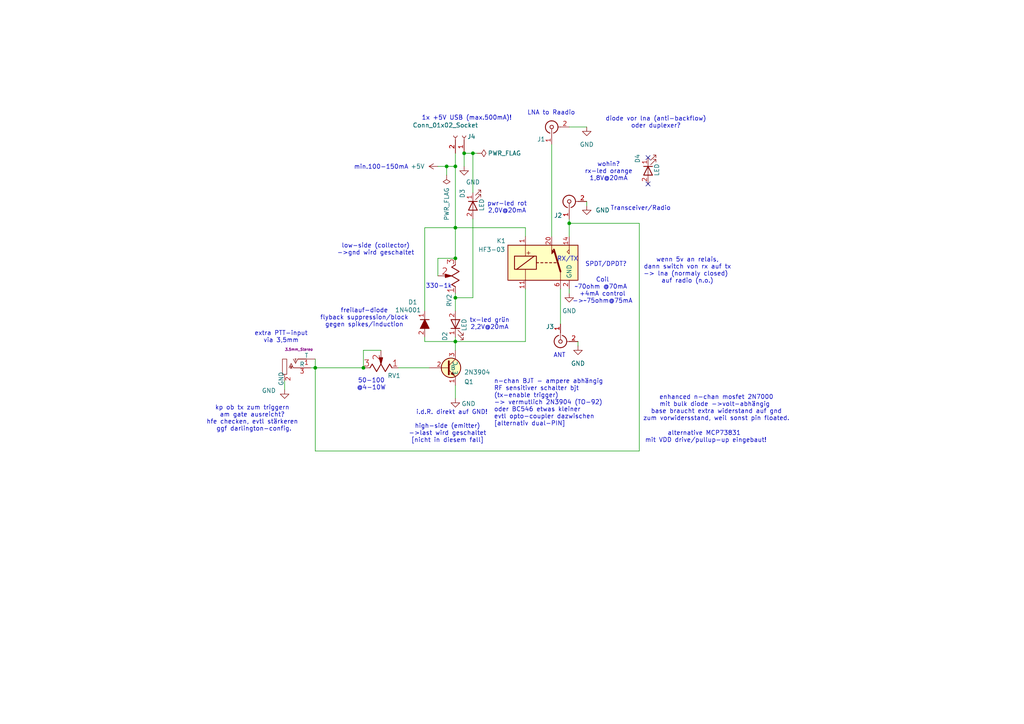
<source format=kicad_sch>
(kicad_sch
	(version 20231120)
	(generator "eeschema")
	(generator_version "8.0")
	(uuid "61106d0c-7a39-43ab-b632-7ba8a4820822")
	(paper "A4")
	(title_block
		(title "TR-Switch")
		(date "2024-09-25")
		(rev "0.11")
		(company "(C) WodoWiesel")
		(comment 1 "01/10/2024")
	)
	(lib_symbols
		(symbol "Connector:Conn_01x02_Socket"
			(pin_names
				(offset 1.016) hide)
			(exclude_from_sim no)
			(in_bom yes)
			(on_board yes)
			(property "Reference" "J"
				(at 0 2.54 0)
				(effects
					(font
						(size 1.27 1.27)
					)
				)
			)
			(property "Value" "Conn_01x02_Socket"
				(at 0 -5.08 0)
				(effects
					(font
						(size 1.27 1.27)
					)
				)
			)
			(property "Footprint" ""
				(at 0 0 0)
				(effects
					(font
						(size 1.27 1.27)
					)
					(hide yes)
				)
			)
			(property "Datasheet" "~"
				(at 0 0 0)
				(effects
					(font
						(size 1.27 1.27)
					)
					(hide yes)
				)
			)
			(property "Description" "Generic connector, single row, 01x02, script generated"
				(at 0 0 0)
				(effects
					(font
						(size 1.27 1.27)
					)
					(hide yes)
				)
			)
			(property "ki_locked" ""
				(at 0 0 0)
				(effects
					(font
						(size 1.27 1.27)
					)
				)
			)
			(property "ki_keywords" "connector"
				(at 0 0 0)
				(effects
					(font
						(size 1.27 1.27)
					)
					(hide yes)
				)
			)
			(property "ki_fp_filters" "Connector*:*_1x??_*"
				(at 0 0 0)
				(effects
					(font
						(size 1.27 1.27)
					)
					(hide yes)
				)
			)
			(symbol "Conn_01x02_Socket_1_1"
				(arc
					(start 0 -2.032)
					(mid -0.5058 -2.54)
					(end 0 -3.048)
					(stroke
						(width 0.1524)
						(type default)
					)
					(fill
						(type none)
					)
				)
				(polyline
					(pts
						(xy -1.27 -2.54) (xy -0.508 -2.54)
					)
					(stroke
						(width 0.1524)
						(type default)
					)
					(fill
						(type none)
					)
				)
				(polyline
					(pts
						(xy -1.27 0) (xy -0.508 0)
					)
					(stroke
						(width 0.1524)
						(type default)
					)
					(fill
						(type none)
					)
				)
				(arc
					(start 0 0.508)
					(mid -0.5058 0)
					(end 0 -0.508)
					(stroke
						(width 0.1524)
						(type default)
					)
					(fill
						(type none)
					)
				)
				(pin passive line
					(at -5.08 0 0)
					(length 3.81)
					(name "Pin_1"
						(effects
							(font
								(size 1.27 1.27)
							)
						)
					)
					(number "1"
						(effects
							(font
								(size 1.27 1.27)
							)
						)
					)
				)
				(pin passive line
					(at -5.08 -2.54 0)
					(length 3.81)
					(name "Pin_2"
						(effects
							(font
								(size 1.27 1.27)
							)
						)
					)
					(number "2"
						(effects
							(font
								(size 1.27 1.27)
							)
						)
					)
				)
			)
		)
		(symbol "Connector:Conn_Coaxial"
			(pin_names
				(offset 1.016) hide)
			(exclude_from_sim no)
			(in_bom yes)
			(on_board yes)
			(property "Reference" "J"
				(at 0.254 3.048 0)
				(effects
					(font
						(size 1.27 1.27)
					)
				)
			)
			(property "Value" "Conn_Coaxial"
				(at 2.921 0 90)
				(effects
					(font
						(size 1.27 1.27)
					)
				)
			)
			(property "Footprint" ""
				(at 0 0 0)
				(effects
					(font
						(size 1.27 1.27)
					)
					(hide yes)
				)
			)
			(property "Datasheet" " ~"
				(at 0 0 0)
				(effects
					(font
						(size 1.27 1.27)
					)
					(hide yes)
				)
			)
			(property "Description" "coaxial connector (BNC, SMA, SMB, SMC, Cinch/RCA, LEMO, ...)"
				(at 0 0 0)
				(effects
					(font
						(size 1.27 1.27)
					)
					(hide yes)
				)
			)
			(property "ki_keywords" "BNC SMA SMB SMC LEMO coaxial connector CINCH RCA"
				(at 0 0 0)
				(effects
					(font
						(size 1.27 1.27)
					)
					(hide yes)
				)
			)
			(property "ki_fp_filters" "*BNC* *SMA* *SMB* *SMC* *Cinch* *LEMO*"
				(at 0 0 0)
				(effects
					(font
						(size 1.27 1.27)
					)
					(hide yes)
				)
			)
			(symbol "Conn_Coaxial_0_1"
				(arc
					(start -1.778 -0.508)
					(mid 0.2311 -1.8066)
					(end 1.778 0)
					(stroke
						(width 0.254)
						(type default)
					)
					(fill
						(type none)
					)
				)
				(polyline
					(pts
						(xy -2.54 0) (xy -0.508 0)
					)
					(stroke
						(width 0)
						(type default)
					)
					(fill
						(type none)
					)
				)
				(polyline
					(pts
						(xy 0 -2.54) (xy 0 -1.778)
					)
					(stroke
						(width 0)
						(type default)
					)
					(fill
						(type none)
					)
				)
				(circle
					(center 0 0)
					(radius 0.508)
					(stroke
						(width 0.2032)
						(type default)
					)
					(fill
						(type none)
					)
				)
				(arc
					(start 1.778 0)
					(mid 0.2099 1.8101)
					(end -1.778 0.508)
					(stroke
						(width 0.254)
						(type default)
					)
					(fill
						(type none)
					)
				)
			)
			(symbol "Conn_Coaxial_1_1"
				(pin passive line
					(at -5.08 0 0)
					(length 2.54)
					(name "In"
						(effects
							(font
								(size 1.27 1.27)
							)
						)
					)
					(number "1"
						(effects
							(font
								(size 1.27 1.27)
							)
						)
					)
				)
				(pin passive line
					(at 0 -5.08 90)
					(length 2.54)
					(name "Ext"
						(effects
							(font
								(size 1.27 1.27)
							)
						)
					)
					(number "2"
						(effects
							(font
								(size 1.27 1.27)
							)
						)
					)
				)
			)
		)
		(symbol "Device:LED"
			(pin_names
				(offset 1.016) hide)
			(exclude_from_sim no)
			(in_bom yes)
			(on_board yes)
			(property "Reference" "D"
				(at 0 2.54 0)
				(effects
					(font
						(size 1.27 1.27)
					)
				)
			)
			(property "Value" "LED"
				(at 0 -2.54 0)
				(effects
					(font
						(size 1.27 1.27)
					)
				)
			)
			(property "Footprint" ""
				(at 0 0 0)
				(effects
					(font
						(size 1.27 1.27)
					)
					(hide yes)
				)
			)
			(property "Datasheet" "~"
				(at 0 0 0)
				(effects
					(font
						(size 1.27 1.27)
					)
					(hide yes)
				)
			)
			(property "Description" "Light emitting diode"
				(at 0 0 0)
				(effects
					(font
						(size 1.27 1.27)
					)
					(hide yes)
				)
			)
			(property "ki_keywords" "LED diode"
				(at 0 0 0)
				(effects
					(font
						(size 1.27 1.27)
					)
					(hide yes)
				)
			)
			(property "ki_fp_filters" "LED* LED_SMD:* LED_THT:*"
				(at 0 0 0)
				(effects
					(font
						(size 1.27 1.27)
					)
					(hide yes)
				)
			)
			(symbol "LED_0_1"
				(polyline
					(pts
						(xy -1.27 -1.27) (xy -1.27 1.27)
					)
					(stroke
						(width 0.254)
						(type default)
					)
					(fill
						(type none)
					)
				)
				(polyline
					(pts
						(xy -1.27 0) (xy 1.27 0)
					)
					(stroke
						(width 0)
						(type default)
					)
					(fill
						(type none)
					)
				)
				(polyline
					(pts
						(xy 1.27 -1.27) (xy 1.27 1.27) (xy -1.27 0) (xy 1.27 -1.27)
					)
					(stroke
						(width 0.254)
						(type default)
					)
					(fill
						(type none)
					)
				)
				(polyline
					(pts
						(xy -3.048 -0.762) (xy -4.572 -2.286) (xy -3.81 -2.286) (xy -4.572 -2.286) (xy -4.572 -1.524)
					)
					(stroke
						(width 0)
						(type default)
					)
					(fill
						(type none)
					)
				)
				(polyline
					(pts
						(xy -1.778 -0.762) (xy -3.302 -2.286) (xy -2.54 -2.286) (xy -3.302 -2.286) (xy -3.302 -1.524)
					)
					(stroke
						(width 0)
						(type default)
					)
					(fill
						(type none)
					)
				)
			)
			(symbol "LED_1_1"
				(pin passive line
					(at -3.81 0 0)
					(length 2.54)
					(name "K"
						(effects
							(font
								(size 1.27 1.27)
							)
						)
					)
					(number "1"
						(effects
							(font
								(size 1.27 1.27)
							)
						)
					)
				)
				(pin passive line
					(at 3.81 0 180)
					(length 2.54)
					(name "A"
						(effects
							(font
								(size 1.27 1.27)
							)
						)
					)
					(number "2"
						(effects
							(font
								(size 1.27 1.27)
							)
						)
					)
				)
			)
		)
		(symbol "PCM_4ms_Jack:3.5mm_Stereo_SymSmall_0.05"
			(pin_names
				(offset 0)
			)
			(exclude_from_sim no)
			(in_bom yes)
			(on_board yes)
			(property "Reference" "J5"
				(at 0.9525 7.62 0)
				(effects
					(font
						(size 1.524 1.524)
					)
					(hide yes)
				)
			)
			(property "Value" "3.5mm_Stereo_SymSmall_0.05"
				(at 6.985 -14.605 0)
				(effects
					(font
						(size 1.524 1.524)
					)
					(hide yes)
				)
			)
			(property "Footprint" "Connector_Audio:Jack_3.5mm_CUI_SJ1-3533NG_Horizontal"
				(at -10.16 -22.86 0)
				(effects
					(font
						(size 1.524 1.524)
					)
					(justify left)
					(hide yes)
				)
			)
			(property "Datasheet" ""
				(at 2.54 0 0)
				(effects
					(font
						(size 1.524 1.524)
					)
				)
			)
			(property "Description" "Audio 3.5mm Jack, stereo, PC-pin Vertical"
				(at 2.286 9.652 0)
				(effects
					(font
						(size 1.27 1.27)
					)
					(hide yes)
				)
			)
			(property "Specifications" "Audio 3.5mm Jack, Stereo, PC-pin Vertical"
				(at -10.16 -16.764 0)
				(effects
					(font
						(size 1.27 1.27)
					)
					(justify left)
					(hide yes)
				)
			)
			(property "Manufacturer" "Wenzhou QingPu Electronics Co"
				(at -10.16 -18.288 0)
				(effects
					(font
						(size 1.27 1.27)
					)
					(justify left)
					(hide yes)
				)
			)
			(property "Part Number" "WQP-WQP419GR"
				(at -10.16 -19.812 0)
				(effects
					(font
						(size 1.27 1.27)
					)
					(justify left)
					(hide yes)
				)
			)
			(property "Display" "3.5mm_Stereo"
				(at 0.9525 5.08 0)
				(effects
					(font
						(size 0.762 0.762)
						(bold yes)
						(italic yes)
					)
				)
			)
			(property "ki_keywords" "WQP419GR PJ366ST"
				(at 0 0 0)
				(effects
					(font
						(size 1.27 1.27)
					)
					(hide yes)
				)
			)
			(symbol "3.5mm_Stereo_SymSmall_0.05_0_0"
				(text "R"
					(at -0.635 0.0762 0)
					(effects
						(font
							(size 0.762 0.762)
						)
					)
				)
				(text "T"
					(at 0.635 2.159 0)
					(effects
						(font
							(size 0.762 0.762)
						)
					)
				)
			)
			(symbol "3.5mm_Stereo_SymSmall_0.05_0_1"
				(rectangle
					(start -3.175 2.54)
					(end -1.905 -1.905)
					(stroke
						(width 0)
						(type default)
					)
					(fill
						(type none)
					)
				)
				(polyline
					(pts
						(xy -2.54 -2.54) (xy -2.54 -1.905)
					)
					(stroke
						(width 0)
						(type default)
					)
					(fill
						(type none)
					)
				)
				(polyline
					(pts
						(xy -1.27 0) (xy -0.635 1.27) (xy 0 0) (xy 5.08 0)
					)
					(stroke
						(width 0)
						(type default)
					)
					(fill
						(type none)
					)
				)
				(polyline
					(pts
						(xy 0 2.54) (xy 0.635 1.27) (xy 1.27 2.54) (xy 3.81 2.54)
					)
					(stroke
						(width 0)
						(type default)
					)
					(fill
						(type none)
					)
				)
			)
			(symbol "3.5mm_Stereo_SymSmall_0.05_1_1"
				(pin passive line
					(at 6.35 2.54 180)
					(length 5.08)
					(name "T"
						(effects
							(font
								(size 1.27 1.27)
							)
						)
					)
					(number "1"
						(effects
							(font
								(size 1.27 1.27)
							)
						)
					)
				)
				(pin passive line
					(at -2.54 -3.81 90)
					(length 1.27)
					(name "GND"
						(effects
							(font
								(size 1.27 1.27)
							)
						)
					)
					(number "2"
						(effects
							(font
								(size 1.27 1.27)
							)
						)
					)
				)
				(pin passive line
					(at 5.08 0 180)
					(length 5.08)
					(name "R"
						(effects
							(font
								(size 1.27 1.27)
							)
						)
					)
					(number "3"
						(effects
							(font
								(size 1.27 1.27)
							)
						)
					)
				)
			)
		)
		(symbol "PCM_Diode_AKL:1N4001"
			(pin_names
				(offset 1.016) hide)
			(exclude_from_sim no)
			(in_bom yes)
			(on_board yes)
			(property "Reference" "D"
				(at 0 5.08 0)
				(effects
					(font
						(size 1.27 1.27)
					)
				)
			)
			(property "Value" "1N4001"
				(at 0 2.54 0)
				(effects
					(font
						(size 1.27 1.27)
					)
				)
			)
			(property "Footprint" "PCM_Diode_THT_AKL:D_DO-41_SOD81_P7.62mm_Horizontal"
				(at 0 0 0)
				(effects
					(font
						(size 1.27 1.27)
					)
					(hide yes)
				)
			)
			(property "Datasheet" "https://www.tme.eu/Document/5f8ffc5ac30fc86bac97d66040bf5502/1n400x.pdf"
				(at 0 0 0)
				(effects
					(font
						(size 1.27 1.27)
					)
					(hide yes)
				)
			)
			(property "Description" "DO-41 Diode, Rectifier, 50V 1A, Alternate KiCad Library"
				(at 0 0 0)
				(effects
					(font
						(size 1.27 1.27)
					)
					(hide yes)
				)
			)
			(property "ki_keywords" "diode 1N4001 DO41"
				(at 0 0 0)
				(effects
					(font
						(size 1.27 1.27)
					)
					(hide yes)
				)
			)
			(property "ki_fp_filters" "TO-???* *_Diode_* *SingleDiode* D_*"
				(at 0 0 0)
				(effects
					(font
						(size 1.27 1.27)
					)
					(hide yes)
				)
			)
			(symbol "1N4001_0_1"
				(polyline
					(pts
						(xy -1.27 0) (xy 1.27 0)
					)
					(stroke
						(width 0)
						(type default)
					)
					(fill
						(type none)
					)
				)
				(polyline
					(pts
						(xy 1.27 1.27) (xy 1.27 -1.27)
					)
					(stroke
						(width 0.254)
						(type default)
					)
					(fill
						(type none)
					)
				)
				(polyline
					(pts
						(xy -1.27 1.27) (xy -1.27 -1.27) (xy 1.27 0) (xy -1.27 1.27)
					)
					(stroke
						(width 0.254)
						(type default)
					)
					(fill
						(type outline)
					)
				)
			)
			(symbol "1N4001_0_2"
				(polyline
					(pts
						(xy -2.54 -2.54) (xy 2.54 2.54)
					)
					(stroke
						(width 0)
						(type default)
					)
					(fill
						(type none)
					)
				)
				(polyline
					(pts
						(xy 0 1.778) (xy 1.778 0)
					)
					(stroke
						(width 0.254)
						(type default)
					)
					(fill
						(type none)
					)
				)
				(polyline
					(pts
						(xy -0.889 -0.889) (xy -1.778 0) (xy 0.889 0.889) (xy 0 -1.778) (xy -0.889 -0.889)
					)
					(stroke
						(width 0.254)
						(type default)
					)
					(fill
						(type outline)
					)
				)
			)
			(symbol "1N4001_1_1"
				(pin passive line
					(at 3.81 0 180)
					(length 2.54)
					(name "K"
						(effects
							(font
								(size 1.27 1.27)
							)
						)
					)
					(number "1"
						(effects
							(font
								(size 1.27 1.27)
							)
						)
					)
				)
				(pin passive line
					(at -3.81 0 0)
					(length 2.54)
					(name "A"
						(effects
							(font
								(size 1.27 1.27)
							)
						)
					)
					(number "2"
						(effects
							(font
								(size 1.27 1.27)
							)
						)
					)
				)
			)
			(symbol "1N4001_1_2"
				(pin passive line
					(at 2.54 2.54 180)
					(length 0)
					(name "K"
						(effects
							(font
								(size 1.27 1.27)
							)
						)
					)
					(number "1"
						(effects
							(font
								(size 1.27 1.27)
							)
						)
					)
				)
				(pin passive line
					(at -2.54 -2.54 0)
					(length 0)
					(name "A"
						(effects
							(font
								(size 1.27 1.27)
							)
						)
					)
					(number "2"
						(effects
							(font
								(size 1.27 1.27)
							)
						)
					)
				)
			)
		)
		(symbol "PCM_Generic:R-potentiometer,IEEE,symmetric"
			(pin_names
				(offset 0) hide)
			(exclude_from_sim no)
			(in_bom yes)
			(on_board yes)
			(property "Reference" "R"
				(at 2.54 2.54 0)
				(effects
					(font
						(size 2.54 2.54)
					)
					(justify left)
				)
			)
			(property "Value" "R-potentiometer,IEEE,symmetric"
				(at 2.54 -2.54 0)
				(effects
					(font
						(size 0.001 0.001)
					)
					(justify left)
					(hide yes)
				)
			)
			(property "Footprint" ""
				(at 0 0 0)
				(effects
					(font
						(size 2.54 2.54)
					)
					(hide yes)
				)
			)
			(property "Datasheet" ""
				(at 0 0 0)
				(effects
					(font
						(size 2.54 2.54)
					)
					(hide yes)
				)
			)
			(property "Description" "potentiometer with movable/rotating/sliding contact (IEEE short zigzag)"
				(at 0 0 0)
				(effects
					(font
						(size 1.27 1.27)
					)
					(hide yes)
				)
			)
			(property "Sim.Pins" "1=1 2=2 3=3"
				(at 0 0 0)
				(effects
					(font
						(size 1.27 1.27)
					)
					(hide yes)
				)
			)
			(property "Sim.Device" "SPICE"
				(at -2.54 2.54 0)
				(effects
					(font
						(size 2.54 2.54)
					)
					(justify right)
					(hide yes)
				)
			)
			(property "Sim.Params" "type=\"A\" model=\"lin100k\" lib=\"R-potentiometer.lib\""
				(at 0 0 0)
				(effects
					(font
						(size 1.27 1.27)
					)
					(hide yes)
				)
			)
			(property "Indicator" "●"
				(at 2.54 -2.54 0)
				(effects
					(font
						(size 1.27 1.27)
					)
					(justify left)
				)
			)
			(property "ki_keywords" "A R pot potentiometer movable rotating sliding contact IEEE zigzag adjustable res resistor wiper knob trimmer lin log"
				(at 0 0 0)
				(effects
					(font
						(size 1.27 1.27)
					)
					(hide yes)
				)
			)
			(symbol "R-potentiometer,IEEE,symmetric_1_1"
				(polyline
					(pts
						(xy 1.0922 0) (xy 2.921 0.4826) (xy 2.921 -0.4826) (xy 1.0922 0)
					)
					(stroke
						(width 0.254)
						(type default)
					)
					(fill
						(type outline)
					)
				)
				(polyline
					(pts
						(xy 0 3.175) (xy 1.0922 2.54) (xy -1.0922 1.27) (xy 1.0922 0) (xy -1.0922 -1.27) (xy 1.0922 -2.54)
						(xy 0 -3.175)
					)
					(stroke
						(width 0.254)
						(type default)
					)
					(fill
						(type none)
					)
				)
				(pin passive line
					(at 0 -5.08 90)
					(length 1.905)
					(name "a"
						(effects
							(font
								(size 1.27 1.27)
							)
						)
					)
					(number "1"
						(effects
							(font
								(size 1.8288 1.8288)
							)
						)
					)
				)
				(pin passive line
					(at 5.08 0 180)
					(length 3.9878)
					(name "b"
						(effects
							(font
								(size 1.27 1.27)
							)
						)
					)
					(number "2"
						(effects
							(font
								(size 1.8288 1.8288)
							)
						)
					)
				)
				(pin passive line
					(at 0 5.08 270)
					(length 1.905)
					(name "c"
						(effects
							(font
								(size 1.27 1.27)
							)
						)
					)
					(number "3"
						(effects
							(font
								(size 1.8288 1.8288)
							)
						)
					)
				)
			)
		)
		(symbol "PCM_Transistor_BJT_AKL:2N3904"
			(exclude_from_sim no)
			(in_bom yes)
			(on_board yes)
			(property "Reference" "Q"
				(at 5.08 1.27 0)
				(effects
					(font
						(size 1.27 1.27)
					)
					(justify left)
				)
			)
			(property "Value" "2N3904"
				(at 5.08 -1.27 0)
				(effects
					(font
						(size 1.27 1.27)
					)
					(justify left)
				)
			)
			(property "Footprint" "PCM_Package_TO_SOT_THT_AKL:TO-92_Inline_Wide_EBC"
				(at 5.08 2.54 0)
				(effects
					(font
						(size 1.27 1.27)
					)
					(hide yes)
				)
			)
			(property "Datasheet" "https://www.tme.eu/Document/12bff749841e3a356e683e9a8e7e4119/2N3904BU-DTE.pdf"
				(at 0 0 0)
				(effects
					(font
						(size 1.27 1.27)
					)
					(hide yes)
				)
			)
			(property "Description" "NPN TO-92 transistor, 40V, 200mA, 625mW, Complementary to 2N3906, Alternate KiCAD Library"
				(at 0 0 0)
				(effects
					(font
						(size 1.27 1.27)
					)
					(hide yes)
				)
			)
			(property "ki_keywords" "transistor NPN 2N3904"
				(at 0 0 0)
				(effects
					(font
						(size 1.27 1.27)
					)
					(hide yes)
				)
			)
			(symbol "2N3904_0_1"
				(polyline
					(pts
						(xy 0.635 0.635) (xy 2.54 2.54)
					)
					(stroke
						(width 0)
						(type default)
					)
					(fill
						(type none)
					)
				)
				(polyline
					(pts
						(xy 0.635 -0.635) (xy 2.54 -2.54) (xy 2.54 -2.54)
					)
					(stroke
						(width 0)
						(type default)
					)
					(fill
						(type none)
					)
				)
				(polyline
					(pts
						(xy 0.635 1.905) (xy 0.635 -1.905) (xy 0.635 -1.905)
					)
					(stroke
						(width 0.508)
						(type default)
					)
					(fill
						(type none)
					)
				)
				(polyline
					(pts
						(xy 1.27 -1.778) (xy 1.778 -1.27) (xy 2.286 -2.286) (xy 1.27 -1.778) (xy 1.27 -1.778)
					)
					(stroke
						(width 0)
						(type default)
					)
					(fill
						(type outline)
					)
				)
				(circle
					(center 1.27 0)
					(radius 2.8194)
					(stroke
						(width 0.254)
						(type default)
					)
					(fill
						(type background)
					)
				)
			)
			(symbol "2N3904_1_1"
				(pin passive line
					(at 2.54 -5.08 90)
					(length 2.54)
					(name "E"
						(effects
							(font
								(size 1.27 1.27)
							)
						)
					)
					(number "1"
						(effects
							(font
								(size 1.27 1.27)
							)
						)
					)
				)
				(pin passive line
					(at -5.08 0 0)
					(length 5.715)
					(name "B"
						(effects
							(font
								(size 1.27 1.27)
							)
						)
					)
					(number "2"
						(effects
							(font
								(size 1.27 1.27)
							)
						)
					)
				)
				(pin passive line
					(at 2.54 5.08 270)
					(length 2.54)
					(name "C"
						(effects
							(font
								(size 1.27 1.27)
							)
						)
					)
					(number "3"
						(effects
							(font
								(size 1.27 1.27)
							)
						)
					)
				)
			)
		)
		(symbol "Relay:HF3-03"
			(exclude_from_sim no)
			(in_bom yes)
			(on_board yes)
			(property "Reference" "K"
				(at 11.43 3.81 0)
				(effects
					(font
						(size 1.27 1.27)
					)
					(justify left)
				)
			)
			(property "Value" "HF3-03"
				(at 11.43 1.27 0)
				(effects
					(font
						(size 1.27 1.27)
					)
					(justify left)
				)
			)
			(property "Footprint" "Relay_SMD:Relay_SPDT_AXICOM_HF3Series_75ohms_Pitch1.27mm"
				(at 28.702 -0.762 0)
				(effects
					(font
						(size 1.27 1.27)
					)
					(hide yes)
				)
			)
			(property "Datasheet" "http://hiqsdr.com/images/3/3e/Axicom-HF3.pdf"
				(at 0 0 0)
				(effects
					(font
						(size 1.27 1.27)
					)
					(hide yes)
				)
			)
			(property "Description" "AXICOM HF3 relay, 3GHz, SPDT RF Switching Relay, 75ohm, 5Vdc, Single-Side Stable"
				(at 0 0 0)
				(effects
					(font
						(size 1.27 1.27)
					)
					(hide yes)
				)
			)
			(property "ki_keywords" "Single Pole Relay SPDT"
				(at 0 0 0)
				(effects
					(font
						(size 1.27 1.27)
					)
					(hide yes)
				)
			)
			(property "ki_fp_filters" "Relay*SPDT*AXICOM*HF3Series*75ohms*Pitch1.27mm*"
				(at 0 0 0)
				(effects
					(font
						(size 1.27 1.27)
					)
					(hide yes)
				)
			)
			(symbol "HF3-03_0_0"
				(polyline
					(pts
						(xy 7.62 5.08) (xy 7.62 2.54) (xy 6.985 3.175) (xy 7.62 3.81)
					)
					(stroke
						(width 0)
						(type default)
					)
					(fill
						(type none)
					)
				)
				(text "+"
					(at -4.191 2.921 0)
					(effects
						(font
							(size 1.27 1.27)
						)
					)
				)
			)
			(symbol "HF3-03_0_1"
				(rectangle
					(start -10.16 5.08)
					(end 10.16 -5.08)
					(stroke
						(width 0.254)
						(type default)
					)
					(fill
						(type background)
					)
				)
				(rectangle
					(start -8.255 1.905)
					(end -1.905 -1.905)
					(stroke
						(width 0.254)
						(type default)
					)
					(fill
						(type none)
					)
				)
				(polyline
					(pts
						(xy -7.62 -1.905) (xy -2.54 1.905)
					)
					(stroke
						(width 0.254)
						(type default)
					)
					(fill
						(type none)
					)
				)
				(polyline
					(pts
						(xy -5.08 -5.08) (xy -5.08 -1.905)
					)
					(stroke
						(width 0)
						(type default)
					)
					(fill
						(type none)
					)
				)
				(polyline
					(pts
						(xy -5.08 5.08) (xy -5.08 1.905)
					)
					(stroke
						(width 0)
						(type default)
					)
					(fill
						(type none)
					)
				)
				(polyline
					(pts
						(xy -1.905 0) (xy -1.27 0)
					)
					(stroke
						(width 0.254)
						(type default)
					)
					(fill
						(type none)
					)
				)
				(polyline
					(pts
						(xy -0.635 0) (xy 0 0)
					)
					(stroke
						(width 0.254)
						(type default)
					)
					(fill
						(type none)
					)
				)
				(polyline
					(pts
						(xy 0.635 0) (xy 1.27 0)
					)
					(stroke
						(width 0.254)
						(type default)
					)
					(fill
						(type none)
					)
				)
				(polyline
					(pts
						(xy 1.905 0) (xy 2.54 0)
					)
					(stroke
						(width 0.254)
						(type default)
					)
					(fill
						(type none)
					)
				)
				(polyline
					(pts
						(xy 3.175 0) (xy 3.81 0)
					)
					(stroke
						(width 0.254)
						(type default)
					)
					(fill
						(type none)
					)
				)
				(polyline
					(pts
						(xy 5.08 -2.54) (xy 3.175 3.81)
					)
					(stroke
						(width 0.508)
						(type default)
					)
					(fill
						(type none)
					)
				)
				(polyline
					(pts
						(xy 5.08 -2.54) (xy 5.08 -5.08)
					)
					(stroke
						(width 0)
						(type default)
					)
					(fill
						(type none)
					)
				)
				(polyline
					(pts
						(xy 2.54 5.08) (xy 2.54 2.54) (xy 3.175 3.175) (xy 2.54 3.81)
					)
					(stroke
						(width 0)
						(type default)
					)
					(fill
						(type outline)
					)
				)
			)
			(symbol "HF3-03_1_1"
				(pin passive line
					(at -5.08 7.62 270)
					(length 2.54)
					(name "~"
						(effects
							(font
								(size 1.27 1.27)
							)
						)
					)
					(number "1"
						(effects
							(font
								(size 1.27 1.27)
							)
						)
					)
				)
				(pin passive line
					(at 7.62 -7.62 90)
					(length 2.54) hide
					(name "GND"
						(effects
							(font
								(size 1.27 1.27)
							)
						)
					)
					(number "10"
						(effects
							(font
								(size 1.27 1.27)
							)
						)
					)
				)
				(pin passive line
					(at -5.08 -7.62 90)
					(length 2.54)
					(name "~"
						(effects
							(font
								(size 1.27 1.27)
							)
						)
					)
					(number "11"
						(effects
							(font
								(size 1.27 1.27)
							)
						)
					)
				)
				(pin passive line
					(at 7.62 -7.62 90)
					(length 2.54) hide
					(name "GND"
						(effects
							(font
								(size 1.27 1.27)
							)
						)
					)
					(number "12"
						(effects
							(font
								(size 1.27 1.27)
							)
						)
					)
				)
				(pin passive line
					(at 7.62 -7.62 90)
					(length 2.54) hide
					(name "GND"
						(effects
							(font
								(size 1.27 1.27)
							)
						)
					)
					(number "13"
						(effects
							(font
								(size 1.27 1.27)
							)
						)
					)
				)
				(pin passive line
					(at 7.62 7.62 270)
					(length 2.54)
					(name "~"
						(effects
							(font
								(size 1.27 1.27)
							)
						)
					)
					(number "14"
						(effects
							(font
								(size 1.27 1.27)
							)
						)
					)
				)
				(pin passive line
					(at 7.62 -7.62 90)
					(length 2.54) hide
					(name "GND"
						(effects
							(font
								(size 1.27 1.27)
							)
						)
					)
					(number "15"
						(effects
							(font
								(size 1.27 1.27)
							)
						)
					)
				)
				(pin passive line
					(at 7.62 -7.62 90)
					(length 2.54) hide
					(name "GND"
						(effects
							(font
								(size 1.27 1.27)
							)
						)
					)
					(number "17"
						(effects
							(font
								(size 1.27 1.27)
							)
						)
					)
				)
				(pin passive line
					(at 7.62 -7.62 90)
					(length 2.54) hide
					(name "GND"
						(effects
							(font
								(size 1.27 1.27)
							)
						)
					)
					(number "19"
						(effects
							(font
								(size 1.27 1.27)
							)
						)
					)
				)
				(pin power_in line
					(at 7.62 -7.62 90)
					(length 2.54)
					(name "GND"
						(effects
							(font
								(size 1.27 1.27)
							)
						)
					)
					(number "2"
						(effects
							(font
								(size 1.27 1.27)
							)
						)
					)
				)
				(pin passive line
					(at 2.54 7.62 270)
					(length 2.54)
					(name "~"
						(effects
							(font
								(size 1.27 1.27)
							)
						)
					)
					(number "20"
						(effects
							(font
								(size 1.27 1.27)
							)
						)
					)
				)
				(pin passive line
					(at 7.62 -7.62 90)
					(length 2.54) hide
					(name "GND"
						(effects
							(font
								(size 1.27 1.27)
							)
						)
					)
					(number "21"
						(effects
							(font
								(size 1.27 1.27)
							)
						)
					)
				)
				(pin passive line
					(at 7.62 -7.62 90)
					(length 2.54) hide
					(name "GND"
						(effects
							(font
								(size 1.27 1.27)
							)
						)
					)
					(number "22"
						(effects
							(font
								(size 1.27 1.27)
							)
						)
					)
				)
				(pin passive line
					(at 7.62 -7.62 90)
					(length 2.54) hide
					(name "GND"
						(effects
							(font
								(size 1.27 1.27)
							)
						)
					)
					(number "5"
						(effects
							(font
								(size 1.27 1.27)
							)
						)
					)
				)
				(pin passive line
					(at 5.08 -7.62 90)
					(length 2.54)
					(name "~"
						(effects
							(font
								(size 1.27 1.27)
							)
						)
					)
					(number "6"
						(effects
							(font
								(size 1.27 1.27)
							)
						)
					)
				)
				(pin passive line
					(at 7.62 -7.62 90)
					(length 2.54) hide
					(name "GND"
						(effects
							(font
								(size 1.27 1.27)
							)
						)
					)
					(number "7"
						(effects
							(font
								(size 1.27 1.27)
							)
						)
					)
				)
			)
		)
		(symbol "power:+5V"
			(power)
			(pin_names
				(offset 0)
			)
			(exclude_from_sim no)
			(in_bom yes)
			(on_board yes)
			(property "Reference" "#PWR"
				(at 0 -3.81 0)
				(effects
					(font
						(size 1.27 1.27)
					)
					(hide yes)
				)
			)
			(property "Value" "+5V"
				(at 0 3.556 0)
				(effects
					(font
						(size 1.27 1.27)
					)
				)
			)
			(property "Footprint" ""
				(at 0 0 0)
				(effects
					(font
						(size 1.27 1.27)
					)
					(hide yes)
				)
			)
			(property "Datasheet" ""
				(at 0 0 0)
				(effects
					(font
						(size 1.27 1.27)
					)
					(hide yes)
				)
			)
			(property "Description" "Power symbol creates a global label with name \"+5V\""
				(at 0 0 0)
				(effects
					(font
						(size 1.27 1.27)
					)
					(hide yes)
				)
			)
			(property "ki_keywords" "global power"
				(at 0 0 0)
				(effects
					(font
						(size 1.27 1.27)
					)
					(hide yes)
				)
			)
			(symbol "+5V_0_1"
				(polyline
					(pts
						(xy -0.762 1.27) (xy 0 2.54)
					)
					(stroke
						(width 0)
						(type default)
					)
					(fill
						(type none)
					)
				)
				(polyline
					(pts
						(xy 0 0) (xy 0 2.54)
					)
					(stroke
						(width 0)
						(type default)
					)
					(fill
						(type none)
					)
				)
				(polyline
					(pts
						(xy 0 2.54) (xy 0.762 1.27)
					)
					(stroke
						(width 0)
						(type default)
					)
					(fill
						(type none)
					)
				)
			)
			(symbol "+5V_1_1"
				(pin power_in line
					(at 0 0 90)
					(length 0) hide
					(name "+5V"
						(effects
							(font
								(size 1.27 1.27)
							)
						)
					)
					(number "1"
						(effects
							(font
								(size 1.27 1.27)
							)
						)
					)
				)
			)
		)
		(symbol "power:GND"
			(power)
			(pin_names
				(offset 0)
			)
			(exclude_from_sim no)
			(in_bom yes)
			(on_board yes)
			(property "Reference" "#PWR"
				(at 0 -6.35 0)
				(effects
					(font
						(size 1.27 1.27)
					)
					(hide yes)
				)
			)
			(property "Value" "GND"
				(at 0 -3.81 0)
				(effects
					(font
						(size 1.27 1.27)
					)
				)
			)
			(property "Footprint" ""
				(at 0 0 0)
				(effects
					(font
						(size 1.27 1.27)
					)
					(hide yes)
				)
			)
			(property "Datasheet" ""
				(at 0 0 0)
				(effects
					(font
						(size 1.27 1.27)
					)
					(hide yes)
				)
			)
			(property "Description" "Power symbol creates a global label with name \"GND\" , ground"
				(at 0 0 0)
				(effects
					(font
						(size 1.27 1.27)
					)
					(hide yes)
				)
			)
			(property "ki_keywords" "global power"
				(at 0 0 0)
				(effects
					(font
						(size 1.27 1.27)
					)
					(hide yes)
				)
			)
			(symbol "GND_0_1"
				(polyline
					(pts
						(xy 0 0) (xy 0 -1.27) (xy 1.27 -1.27) (xy 0 -2.54) (xy -1.27 -1.27) (xy 0 -1.27)
					)
					(stroke
						(width 0)
						(type default)
					)
					(fill
						(type none)
					)
				)
			)
			(symbol "GND_1_1"
				(pin power_in line
					(at 0 0 270)
					(length 0) hide
					(name "GND"
						(effects
							(font
								(size 1.27 1.27)
							)
						)
					)
					(number "1"
						(effects
							(font
								(size 1.27 1.27)
							)
						)
					)
				)
			)
		)
		(symbol "power:PWR_FLAG"
			(power)
			(pin_numbers hide)
			(pin_names
				(offset 0) hide)
			(exclude_from_sim no)
			(in_bom yes)
			(on_board yes)
			(property "Reference" "#FLG"
				(at 0 1.905 0)
				(effects
					(font
						(size 1.27 1.27)
					)
					(hide yes)
				)
			)
			(property "Value" "PWR_FLAG"
				(at 0 3.81 0)
				(effects
					(font
						(size 1.27 1.27)
					)
				)
			)
			(property "Footprint" ""
				(at 0 0 0)
				(effects
					(font
						(size 1.27 1.27)
					)
					(hide yes)
				)
			)
			(property "Datasheet" "~"
				(at 0 0 0)
				(effects
					(font
						(size 1.27 1.27)
					)
					(hide yes)
				)
			)
			(property "Description" "Special symbol for telling ERC where power comes from"
				(at 0 0 0)
				(effects
					(font
						(size 1.27 1.27)
					)
					(hide yes)
				)
			)
			(property "ki_keywords" "flag power"
				(at 0 0 0)
				(effects
					(font
						(size 1.27 1.27)
					)
					(hide yes)
				)
			)
			(symbol "PWR_FLAG_0_0"
				(pin power_out line
					(at 0 0 90)
					(length 0)
					(name "pwr"
						(effects
							(font
								(size 1.27 1.27)
							)
						)
					)
					(number "1"
						(effects
							(font
								(size 1.27 1.27)
							)
						)
					)
				)
			)
			(symbol "PWR_FLAG_0_1"
				(polyline
					(pts
						(xy 0 0) (xy 0 1.27) (xy -1.016 1.905) (xy 0 2.54) (xy 1.016 1.905) (xy 0 1.27)
					)
					(stroke
						(width 0)
						(type default)
					)
					(fill
						(type none)
					)
				)
			)
		)
	)
	(junction
		(at 134.62 44.45)
		(diameter 0)
		(color 0 0 0 0)
		(uuid "08f1decb-1fe0-44db-896a-48f0c4a7e937")
	)
	(junction
		(at 132.08 86.36)
		(diameter 0)
		(color 0 0 0 0)
		(uuid "60d8052d-02d0-427e-a63d-f2da7e04c1c9")
	)
	(junction
		(at 132.08 99.06)
		(diameter 0)
		(color 0 0 0 0)
		(uuid "66d4bd76-ed07-419b-97c2-684ea8164891")
	)
	(junction
		(at 165.1 64.77)
		(diameter 0)
		(color 0 0 0 0)
		(uuid "97f62ab5-2806-4d6a-ad2b-c409a1b1fa95")
	)
	(junction
		(at 129.54 48.26)
		(diameter 0)
		(color 0 0 0 0)
		(uuid "b5002dbb-75c8-45b5-b24a-ce316593ae10")
	)
	(junction
		(at 132.08 66.04)
		(diameter 0)
		(color 0 0 0 0)
		(uuid "c0ee7e5a-2055-463e-ba78-0edde7e3fed2")
	)
	(junction
		(at 105.41 106.68)
		(diameter 0)
		(color 0 0 0 0)
		(uuid "c8b42fcc-a78e-4e1a-8961-7bef8e81afda")
	)
	(junction
		(at 137.16 44.45)
		(diameter 0)
		(color 0 0 0 0)
		(uuid "d698d1cc-ee58-4d44-b04b-d2cae34e9576")
	)
	(junction
		(at 132.08 48.26)
		(diameter 0)
		(color 0 0 0 0)
		(uuid "dc41be9c-03c5-4ca8-9c0b-5f3ec008c366")
	)
	(junction
		(at 132.08 74.93)
		(diameter 0)
		(color 0 0 0 0)
		(uuid "ebbd91c9-ce50-430e-8174-510edfb58057")
	)
	(junction
		(at 91.44 106.68)
		(diameter 0)
		(color 0 0 0 0)
		(uuid "f4494864-5364-4ee5-956d-0654d25e7939")
	)
	(no_connect
		(at 187.96 45.72)
		(uuid "87332fde-9d1e-413f-bf50-13cdebea3ec6")
	)
	(no_connect
		(at 187.96 53.34)
		(uuid "a40774b8-6c20-410c-a6fa-662df9ddfcd0")
	)
	(wire
		(pts
			(xy 132.08 48.26) (xy 132.08 66.04)
		)
		(stroke
			(width 0)
			(type default)
		)
		(uuid "00caca96-8d5d-4aa1-83bc-87a3917ad037")
	)
	(wire
		(pts
			(xy 127 48.26) (xy 129.54 48.26)
		)
		(stroke
			(width 0)
			(type default)
		)
		(uuid "03d85302-44e6-460d-8dbb-1d1a91ebb2c4")
	)
	(wire
		(pts
			(xy 123.19 97.79) (xy 123.19 99.06)
		)
		(stroke
			(width 0)
			(type default)
		)
		(uuid "04912250-d4a6-42c2-b612-a3115d451dd1")
	)
	(wire
		(pts
			(xy 165.1 64.77) (xy 185.42 64.77)
		)
		(stroke
			(width 0)
			(type default)
		)
		(uuid "0a7a81b7-7bd8-4378-ae3a-bf2fd313feff")
	)
	(wire
		(pts
			(xy 132.08 44.45) (xy 132.08 48.26)
		)
		(stroke
			(width 0)
			(type default)
		)
		(uuid "0d702e1c-9388-466c-a967-8d1118cd5150")
	)
	(wire
		(pts
			(xy 82.55 110.49) (xy 82.55 113.03)
		)
		(stroke
			(width 0)
			(type default)
		)
		(uuid "0ec96f66-d2ff-4410-9541-36d0cd602097")
	)
	(wire
		(pts
			(xy 132.08 66.04) (xy 132.08 74.93)
		)
		(stroke
			(width 0)
			(type default)
		)
		(uuid "10dff24e-63ae-45cd-b9bb-0ab7ae8b6a33")
	)
	(wire
		(pts
			(xy 134.62 44.45) (xy 137.16 44.45)
		)
		(stroke
			(width 0)
			(type default)
		)
		(uuid "16bec5a8-8d44-4384-a6b0-b5a51684eef2")
	)
	(wire
		(pts
			(xy 162.56 83.82) (xy 162.56 93.98)
		)
		(stroke
			(width 0)
			(type default)
		)
		(uuid "1b9e47ee-bb59-4a95-b871-4b9dbe17aecf")
	)
	(wire
		(pts
			(xy 132.08 66.04) (xy 152.4 66.04)
		)
		(stroke
			(width 0)
			(type default)
		)
		(uuid "1d8114f6-cc55-4128-a8e5-b182671e0caf")
	)
	(wire
		(pts
			(xy 165.1 85.09) (xy 165.1 83.82)
		)
		(stroke
			(width 0)
			(type default)
		)
		(uuid "219c7b8a-79a4-4576-a19c-79faaef126ad")
	)
	(wire
		(pts
			(xy 129.54 48.26) (xy 129.54 50.8)
		)
		(stroke
			(width 0)
			(type default)
		)
		(uuid "22029d3c-d900-42a0-9754-cc5468395ecb")
	)
	(wire
		(pts
			(xy 123.19 66.04) (xy 132.08 66.04)
		)
		(stroke
			(width 0)
			(type default)
		)
		(uuid "2ca75119-5661-4986-a010-0d9ea4a1d62c")
	)
	(wire
		(pts
			(xy 152.4 66.04) (xy 152.4 68.58)
		)
		(stroke
			(width 0)
			(type default)
		)
		(uuid "357ca859-9054-47b2-9e39-27f47d1f09e2")
	)
	(wire
		(pts
			(xy 91.44 106.68) (xy 105.41 106.68)
		)
		(stroke
			(width 0)
			(type default)
		)
		(uuid "3c069b82-4e29-4b40-8a3a-db048dd006c9")
	)
	(wire
		(pts
			(xy 91.44 106.68) (xy 91.44 130.81)
		)
		(stroke
			(width 0)
			(type default)
		)
		(uuid "41a8fbb8-7027-4e4e-a62a-d30d8f28f908")
	)
	(wire
		(pts
			(xy 90.17 106.68) (xy 91.44 106.68)
		)
		(stroke
			(width 0)
			(type default)
		)
		(uuid "4541fcd0-b06a-4bf6-a00c-b54571c2139a")
	)
	(wire
		(pts
			(xy 123.19 99.06) (xy 132.08 99.06)
		)
		(stroke
			(width 0)
			(type default)
		)
		(uuid "4542f6fd-7e27-4803-87af-9be27151be43")
	)
	(wire
		(pts
			(xy 105.41 101.6) (xy 110.49 101.6)
		)
		(stroke
			(width 0)
			(type default)
		)
		(uuid "4a4bfc70-3890-4240-867e-11baa83a5dcb")
	)
	(wire
		(pts
			(xy 170.18 59.69) (xy 170.18 58.42)
		)
		(stroke
			(width 0)
			(type default)
		)
		(uuid "4dcb91cb-748c-4899-a80b-105ad83ad227")
	)
	(wire
		(pts
			(xy 132.08 111.76) (xy 132.08 115.57)
		)
		(stroke
			(width 0)
			(type default)
		)
		(uuid "50b99674-fff3-4b40-b443-ca46537c8478")
	)
	(wire
		(pts
			(xy 160.02 41.91) (xy 160.02 68.58)
		)
		(stroke
			(width 0)
			(type default)
		)
		(uuid "50d9233d-f066-4e33-a5e6-5db640400dee")
	)
	(wire
		(pts
			(xy 132.08 86.36) (xy 132.08 90.17)
		)
		(stroke
			(width 0)
			(type default)
		)
		(uuid "55c0371a-d4c4-4b57-b7df-b799969cdca0")
	)
	(wire
		(pts
			(xy 132.08 86.36) (xy 137.16 86.36)
		)
		(stroke
			(width 0)
			(type default)
		)
		(uuid "6ce24141-0acb-4726-bf37-8e72772670df")
	)
	(wire
		(pts
			(xy 185.42 64.77) (xy 185.42 130.81)
		)
		(stroke
			(width 0)
			(type default)
		)
		(uuid "6d459649-0016-4875-b0c6-2fef2ee73175")
	)
	(wire
		(pts
			(xy 127 74.93) (xy 132.08 74.93)
		)
		(stroke
			(width 0)
			(type default)
		)
		(uuid "7b3c35d3-3a33-4496-ad31-c5ce2992a72d")
	)
	(wire
		(pts
			(xy 137.16 86.36) (xy 137.16 63.5)
		)
		(stroke
			(width 0)
			(type default)
		)
		(uuid "7e8c8e3d-6300-494b-a2a0-ae518ff934ef")
	)
	(wire
		(pts
			(xy 152.4 99.06) (xy 132.08 99.06)
		)
		(stroke
			(width 0)
			(type default)
		)
		(uuid "827b1a8c-515c-4865-a6fe-6ecfd9060c83")
	)
	(wire
		(pts
			(xy 165.1 36.83) (xy 170.18 36.83)
		)
		(stroke
			(width 0)
			(type default)
		)
		(uuid "8342ef39-9d94-4d14-897a-f7b83640d50d")
	)
	(wire
		(pts
			(xy 165.1 63.5) (xy 165.1 64.77)
		)
		(stroke
			(width 0)
			(type default)
		)
		(uuid "8abf11f6-8cb7-4e10-bcdb-bc44f39bf3a2")
	)
	(wire
		(pts
			(xy 137.16 44.45) (xy 137.16 55.88)
		)
		(stroke
			(width 0)
			(type default)
		)
		(uuid "90791eb4-cc42-40fd-ab00-bb8152625271")
	)
	(wire
		(pts
			(xy 134.62 44.45) (xy 134.62 48.26)
		)
		(stroke
			(width 0)
			(type default)
		)
		(uuid "9eea1fb2-99a1-4865-9f5a-c82504ea7aa0")
	)
	(wire
		(pts
			(xy 132.08 85.09) (xy 132.08 86.36)
		)
		(stroke
			(width 0)
			(type default)
		)
		(uuid "a1fd1e43-f076-4e45-814b-526885e65967")
	)
	(wire
		(pts
			(xy 185.42 130.81) (xy 91.44 130.81)
		)
		(stroke
			(width 0)
			(type default)
		)
		(uuid "ad9cb6e6-9511-483d-9ea2-1ddd8ddd7b46")
	)
	(wire
		(pts
			(xy 105.41 106.68) (xy 105.41 101.6)
		)
		(stroke
			(width 0)
			(type default)
		)
		(uuid "afbe37b5-be8c-4d5d-81c2-29945575b8fa")
	)
	(wire
		(pts
			(xy 123.19 66.04) (xy 123.19 90.17)
		)
		(stroke
			(width 0)
			(type default)
		)
		(uuid "c55a2e31-6d89-4119-b3c9-52bd8656e7e5")
	)
	(wire
		(pts
			(xy 129.54 48.26) (xy 132.08 48.26)
		)
		(stroke
			(width 0)
			(type default)
		)
		(uuid "cfdea802-f264-4df0-8a64-79fa9bd1ac73")
	)
	(wire
		(pts
			(xy 91.44 104.14) (xy 91.44 106.68)
		)
		(stroke
			(width 0)
			(type default)
		)
		(uuid "d1db4b72-68aa-48c8-8da8-84bdddcc1ed4")
	)
	(wire
		(pts
			(xy 165.1 64.77) (xy 165.1 68.58)
		)
		(stroke
			(width 0)
			(type default)
		)
		(uuid "d9b7aa98-fef4-4395-bd19-f5e5763cb471")
	)
	(wire
		(pts
			(xy 115.57 106.68) (xy 124.46 106.68)
		)
		(stroke
			(width 0)
			(type default)
		)
		(uuid "ddebc4c4-3bc0-47f3-8959-17297a19b0f1")
	)
	(wire
		(pts
			(xy 167.64 99.06) (xy 167.64 100.33)
		)
		(stroke
			(width 0)
			(type default)
		)
		(uuid "deca9764-ddc8-4f06-a77b-3c5ea7fe7846")
	)
	(wire
		(pts
			(xy 132.08 99.06) (xy 132.08 101.6)
		)
		(stroke
			(width 0)
			(type default)
		)
		(uuid "df9caf62-59e8-4af7-96e3-98988795cf94")
	)
	(wire
		(pts
			(xy 152.4 83.82) (xy 152.4 99.06)
		)
		(stroke
			(width 0)
			(type default)
		)
		(uuid "e1691b79-0d46-4e0e-b9b3-dfdd47348565")
	)
	(wire
		(pts
			(xy 132.08 97.79) (xy 132.08 99.06)
		)
		(stroke
			(width 0)
			(type default)
		)
		(uuid "e6cc8133-c8f1-456b-b38b-c2db6fcdc382")
	)
	(wire
		(pts
			(xy 127 74.93) (xy 127 80.01)
		)
		(stroke
			(width 0)
			(type default)
		)
		(uuid "f6046bad-4328-451f-84cc-1bf4aa4a244b")
	)
	(wire
		(pts
			(xy 138.43 44.45) (xy 137.16 44.45)
		)
		(stroke
			(width 0)
			(type default)
		)
		(uuid "f67b4cf3-7bd6-45ce-a931-76e2fea6f242")
	)
	(text "Transceiver/Radio"
		(exclude_from_sim no)
		(at 177.038 61.214 0)
		(effects
			(font
				(size 1.27 1.27)
			)
			(justify left bottom)
		)
		(uuid "01989221-0d01-4931-bbc6-f2b4c64f82e7")
	)
	(text "high-side (emitter)\n->last wird geschaltet\n[nicht in diesem fall]"
		(exclude_from_sim no)
		(at 129.794 125.73 0)
		(effects
			(font
				(size 1.27 1.27)
			)
		)
		(uuid "18cb4d7c-3438-4a7e-a79e-16d90a0a8c53")
	)
	(text "alternative MCP73831 \nmit VDD drive/pullup-up eingebaut!"
		(exclude_from_sim no)
		(at 204.724 126.746 0)
		(effects
			(font
				(size 1.27 1.27)
			)
		)
		(uuid "1da8b2b7-cfb8-4a7b-b5ef-0c80f8b1b4a3")
	)
	(text "SPDT/DPDT?"
		(exclude_from_sim no)
		(at 175.768 76.708 0)
		(effects
			(font
				(size 1.27 1.27)
			)
		)
		(uuid "21a5eb08-cf2e-443f-8808-d8e6da1022f7")
	)
	(text "diode vor lna (anti-backflow)\noder duplexer?"
		(exclude_from_sim no)
		(at 190.246 35.56 0)
		(effects
			(font
				(size 1.27 1.27)
			)
		)
		(uuid "2963df52-6eca-4ccd-8805-9d20337f9419")
	)
	(text "wenn 5v an relais,\ndann switch von rx auf tx\n-> lna (normaly closed) \nauf radio (n.o.)"
		(exclude_from_sim no)
		(at 199.39 78.486 0)
		(effects
			(font
				(size 1.27 1.27)
			)
		)
		(uuid "37d0282d-da07-454f-850e-293f2aa4a566")
	)
	(text "tx-led grün\n2,2V@20mA"
		(exclude_from_sim no)
		(at 141.986 93.98 0)
		(effects
			(font
				(size 1.27 1.27)
			)
		)
		(uuid "5363bbfa-cbf7-4a4c-83d0-91dc0eb3afbd")
	)
	(text "50-100\n@4-10W"
		(exclude_from_sim no)
		(at 107.696 111.506 0)
		(effects
			(font
				(size 1.27 1.27)
			)
		)
		(uuid "59c9a219-28ac-4825-9c62-c94b7c316b1f")
	)
	(text "freilauf-diode\nflyback suppression/block\ngegen spikes/induction"
		(exclude_from_sim no)
		(at 105.664 92.202 0)
		(effects
			(font
				(size 1.27 1.27)
			)
		)
		(uuid "63ae2b3f-a0da-4b84-943a-7a1794ff6fe5")
	)
	(text "enhanced n-chan mosfet 2N7000\nmit bulk diode ->volt-abhängig \nbase braucht extra widerstand auf gnd\nzum vorwidersstand, weil sonst pin floated."
		(exclude_from_sim no)
		(at 207.772 118.364 0)
		(effects
			(font
				(size 1.27 1.27)
			)
		)
		(uuid "7379b91c-6886-457a-add6-856a11184bba")
	)
	(text "n-chan BJT - ampere abhängig\nRF sensitiver schalter bjt\n(tx-enable trigger)\n-> vermutlich 2N3904 (TO-92)\noder BC546 etwas kleiner\nevtl opto-coupler dazwischen\n[alternativ dual-PIN]"
		(exclude_from_sim no)
		(at 143.256 123.698 0)
		(effects
			(font
				(size 1.27 1.27)
			)
			(justify left bottom)
		)
		(uuid "74bbaeb9-d67d-4095-b0cc-c5ad8e4fa0da")
	)
	(text "wohin?\nrx-led orange\n1,8V@20mA"
		(exclude_from_sim no)
		(at 176.53 49.784 0)
		(effects
			(font
				(size 1.27 1.27)
			)
		)
		(uuid "762723d2-d027-4ab3-91cd-93b0896a76a9")
	)
	(text "extra PTT-input\nvia 3,5mm"
		(exclude_from_sim no)
		(at 81.534 97.79 0)
		(effects
			(font
				(size 1.27 1.27)
			)
		)
		(uuid "823b5a74-960d-43c6-8731-b4fee5bec912")
	)
	(text "330-1k"
		(exclude_from_sim no)
		(at 127.254 83.058 0)
		(effects
			(font
				(size 1.27 1.27)
			)
		)
		(uuid "823ed34d-0cfe-4529-ae80-7963fd71e700")
	)
	(text "LNA to Raadio\n"
		(exclude_from_sim no)
		(at 152.908 33.528 0)
		(effects
			(font
				(size 1.27 1.27)
			)
			(justify left bottom)
		)
		(uuid "96e8d60c-bad5-4346-b960-da0b046eb4da")
	)
	(text "i.d.R. direkt auf GND!"
		(exclude_from_sim no)
		(at 120.65 120.396 0)
		(effects
			(font
				(size 1.27 1.27)
			)
			(justify left bottom)
		)
		(uuid "a1f09518-8167-4c47-992c-409e3f0c778a")
	)
	(text "Coil\n~70ohm @70mA \n+4mA control\n->~75ohm@75mA"
		(exclude_from_sim no)
		(at 174.752 84.328 0)
		(effects
			(font
				(size 1.27 1.27)
			)
		)
		(uuid "b1380b90-fbd5-4540-8e92-ce6e56c4f7b1")
	)
	(text "min.100-150mA"
		(exclude_from_sim no)
		(at 102.616 49.276 0)
		(effects
			(font
				(size 1.27 1.27)
			)
			(justify left bottom)
		)
		(uuid "b4dd6236-fc43-4243-acdb-25e61c751293")
	)
	(text "RX/TX"
		(exclude_from_sim no)
		(at 161.544 75.946 0)
		(effects
			(font
				(size 1.27 1.27)
			)
			(justify left bottom)
		)
		(uuid "c60b4417-13ef-4a33-bcc6-41697b9e3f7e")
	)
	(text "1x +5V USB (max.500mA)!\n"
		(exclude_from_sim no)
		(at 135.382 34.29 0)
		(effects
			(font
				(size 1.27 1.27)
				(thickness 0.1588)
			)
		)
		(uuid "dfae3e28-35d1-4cfd-88c5-ff77821d48d7")
	)
	(text "low-side (collector)\n->gnd wird geschaltet"
		(exclude_from_sim no)
		(at 108.966 72.39 0)
		(effects
			(font
				(size 1.27 1.27)
			)
		)
		(uuid "dfe0f038-2759-4867-8833-f1fc971b0ac1")
	)
	(text "pwr-led rot\n2,0V@20mA"
		(exclude_from_sim no)
		(at 147.066 60.198 0)
		(effects
			(font
				(size 1.27 1.27)
			)
		)
		(uuid "e6d1d333-5f71-493f-aaed-e739d3add4a3")
	)
	(text "kp ob tx zum triggern \nam gate ausreicht? \nhfe checken, evtl stärkeren \nggf darlington-config."
		(exclude_from_sim no)
		(at 73.66 121.412 0)
		(effects
			(font
				(size 1.27 1.27)
			)
		)
		(uuid "ecb6e835-6b08-49db-9a59-a25b389f8bab")
	)
	(text "ANT"
		(exclude_from_sim no)
		(at 164.084 103.886 0)
		(effects
			(font
				(size 1.27 1.27)
			)
			(justify right bottom)
		)
		(uuid "ee8d086c-35cb-4e2a-8d54-54ffeeb3d389")
	)
	(symbol
		(lib_id "PCM_Diode_AKL:1N4001")
		(at 123.19 93.98 90)
		(unit 1)
		(exclude_from_sim no)
		(in_bom yes)
		(on_board yes)
		(dnp no)
		(uuid "0d02bfa2-4e2f-4443-b085-b7f07a84b4dd")
		(property "Reference" "D1"
			(at 118.364 87.63 90)
			(effects
				(font
					(size 1.27 1.27)
				)
				(justify right)
			)
		)
		(property "Value" "1N4001"
			(at 114.554 89.916 90)
			(effects
				(font
					(size 1.27 1.27)
				)
				(justify right)
			)
		)
		(property "Footprint" "PCM_Diode_THT_AKL:D_DO-41_SOD81_P7.62mm_Horizontal"
			(at 123.19 93.98 0)
			(effects
				(font
					(size 1.27 1.27)
				)
				(hide yes)
			)
		)
		(property "Datasheet" "https://www.tme.eu/Document/5f8ffc5ac30fc86bac97d66040bf5502/1n400x.pdf"
			(at 123.19 93.98 0)
			(effects
				(font
					(size 1.27 1.27)
				)
				(hide yes)
			)
		)
		(property "Description" "DO-41 Diode, Rectifier, 50V 1A, Alternate KiCad Library"
			(at 123.19 93.98 0)
			(effects
				(font
					(size 1.27 1.27)
				)
				(hide yes)
			)
		)
		(pin "1"
			(uuid "eae66d64-2d4d-4ba7-b00d-5c04abbdc1ae")
		)
		(pin "2"
			(uuid "5c83e563-c989-445e-801a-53b60350444d")
		)
		(instances
			(project ""
				(path "/61106d0c-7a39-43ab-b632-7ba8a4820822"
					(reference "D1")
					(unit 1)
				)
			)
		)
	)
	(symbol
		(lib_id "Connector:Conn_01x02_Socket")
		(at 134.62 39.37 270)
		(mirror x)
		(unit 1)
		(exclude_from_sim no)
		(in_bom yes)
		(on_board yes)
		(dnp no)
		(uuid "1bda2207-9687-46c0-ad96-1d47636d181a")
		(property "Reference" "J4"
			(at 137.922 39.624 90)
			(effects
				(font
					(size 1.27 1.27)
				)
				(justify right)
			)
		)
		(property "Value" "Conn_01x02_Socket"
			(at 138.684 36.322 90)
			(effects
				(font
					(size 1.27 1.27)
				)
				(justify right)
			)
		)
		(property "Footprint" "Connector_PinSocket_2.54mm:PinSocket_1x02_P2.54mm_Vertical"
			(at 134.62 39.37 0)
			(effects
				(font
					(size 1.27 1.27)
				)
				(hide yes)
			)
		)
		(property "Datasheet" "~"
			(at 134.62 39.37 0)
			(effects
				(font
					(size 1.27 1.27)
				)
				(hide yes)
			)
		)
		(property "Description" "Generic connector, single row, 01x02, script generated"
			(at 134.62 39.37 0)
			(effects
				(font
					(size 1.27 1.27)
				)
				(hide yes)
			)
		)
		(pin "2"
			(uuid "979d2c75-4239-4425-bb98-6b40e4ac9382")
		)
		(pin "1"
			(uuid "9873117a-2183-42eb-96bd-0c87eaa9d033")
		)
		(instances
			(project "TR-Switch"
				(path "/61106d0c-7a39-43ab-b632-7ba8a4820822"
					(reference "J4")
					(unit 1)
				)
			)
		)
	)
	(symbol
		(lib_id "power:PWR_FLAG")
		(at 138.43 44.45 270)
		(unit 1)
		(exclude_from_sim no)
		(in_bom yes)
		(on_board yes)
		(dnp no)
		(uuid "1cd051bc-6a54-42b5-9cf1-38cd257a4104")
		(property "Reference" "#FLG03"
			(at 140.335 44.45 0)
			(effects
				(font
					(size 1.27 1.27)
				)
				(hide yes)
			)
		)
		(property "Value" "PWR_FLAG"
			(at 141.478 44.45 90)
			(effects
				(font
					(size 1.27 1.27)
				)
				(justify left)
			)
		)
		(property "Footprint" ""
			(at 138.43 44.45 0)
			(effects
				(font
					(size 1.27 1.27)
				)
				(hide yes)
			)
		)
		(property "Datasheet" "~"
			(at 138.43 44.45 0)
			(effects
				(font
					(size 1.27 1.27)
				)
				(hide yes)
			)
		)
		(property "Description" ""
			(at 138.43 44.45 0)
			(effects
				(font
					(size 1.27 1.27)
				)
				(hide yes)
			)
		)
		(pin "1"
			(uuid "9540b9a7-40d9-4a71-9cef-a7324ae58cb3")
		)
		(instances
			(project "TR-Switch"
				(path "/61106d0c-7a39-43ab-b632-7ba8a4820822"
					(reference "#FLG03")
					(unit 1)
				)
			)
		)
	)
	(symbol
		(lib_id "power:PWR_FLAG")
		(at 129.54 50.8 180)
		(unit 1)
		(exclude_from_sim no)
		(in_bom yes)
		(on_board yes)
		(dnp no)
		(uuid "36273fb2-9796-43ff-9c81-364fe8f63672")
		(property "Reference" "#FLG01"
			(at 129.54 52.705 0)
			(effects
				(font
					(size 1.27 1.27)
				)
				(hide yes)
			)
		)
		(property "Value" "PWR_FLAG"
			(at 129.54 54.356 90)
			(effects
				(font
					(size 1.27 1.27)
				)
				(justify left)
			)
		)
		(property "Footprint" ""
			(at 129.54 50.8 0)
			(effects
				(font
					(size 1.27 1.27)
				)
				(hide yes)
			)
		)
		(property "Datasheet" "~"
			(at 129.54 50.8 0)
			(effects
				(font
					(size 1.27 1.27)
				)
				(hide yes)
			)
		)
		(property "Description" ""
			(at 129.54 50.8 0)
			(effects
				(font
					(size 1.27 1.27)
				)
				(hide yes)
			)
		)
		(pin "1"
			(uuid "d111064f-5b24-4d16-8c06-25e3de8a17c9")
		)
		(instances
			(project "TR-Switch"
				(path "/61106d0c-7a39-43ab-b632-7ba8a4820822"
					(reference "#FLG01")
					(unit 1)
				)
			)
		)
	)
	(symbol
		(lib_id "power:GND")
		(at 132.08 115.57 0)
		(unit 1)
		(exclude_from_sim no)
		(in_bom yes)
		(on_board yes)
		(dnp no)
		(uuid "3f750dc2-a8fc-4d3a-a9aa-19ac79421af7")
		(property "Reference" "#PWR01"
			(at 132.08 121.92 0)
			(effects
				(font
					(size 1.27 1.27)
				)
				(hide yes)
			)
		)
		(property "Value" "GND"
			(at 135.89 117.094 0)
			(effects
				(font
					(size 1.27 1.27)
				)
			)
		)
		(property "Footprint" ""
			(at 132.08 115.57 0)
			(effects
				(font
					(size 1.27 1.27)
				)
				(hide yes)
			)
		)
		(property "Datasheet" ""
			(at 132.08 115.57 0)
			(effects
				(font
					(size 1.27 1.27)
				)
				(hide yes)
			)
		)
		(property "Description" ""
			(at 132.08 115.57 0)
			(effects
				(font
					(size 1.27 1.27)
				)
				(hide yes)
			)
		)
		(pin "1"
			(uuid "998b4276-a208-417f-8848-91b6611e847d")
		)
		(instances
			(project "TR-Switch"
				(path "/61106d0c-7a39-43ab-b632-7ba8a4820822"
					(reference "#PWR01")
					(unit 1)
				)
			)
		)
	)
	(symbol
		(lib_id "Connector:Conn_Coaxial")
		(at 165.1 58.42 90)
		(unit 1)
		(exclude_from_sim no)
		(in_bom yes)
		(on_board yes)
		(dnp no)
		(uuid "450a99b9-4534-446f-9e4b-e06dca847a78")
		(property "Reference" "J2"
			(at 163.068 62.484 90)
			(effects
				(font
					(size 1.27 1.27)
				)
				(justify left)
			)
		)
		(property "Value" "Conn_Coaxial"
			(at 180.848 61.214 90)
			(effects
				(font
					(size 1.27 1.27)
				)
				(justify left)
				(hide yes)
			)
		)
		(property "Footprint" "Connector_Coaxial:SMA_Amphenol_132289_EdgeMount"
			(at 165.1 58.42 0)
			(effects
				(font
					(size 1.27 1.27)
				)
				(hide yes)
			)
		)
		(property "Datasheet" " ~"
			(at 165.1 58.42 0)
			(effects
				(font
					(size 1.27 1.27)
				)
				(hide yes)
			)
		)
		(property "Description" ""
			(at 165.1 58.42 0)
			(effects
				(font
					(size 1.27 1.27)
				)
				(hide yes)
			)
		)
		(pin "1"
			(uuid "a3d0c670-b5ba-43df-9f9e-3e219a285c4b")
		)
		(pin "2"
			(uuid "b14b3f9a-65f7-4b9e-a38a-312055fc8d8f")
		)
		(instances
			(project "TR-Switch"
				(path "/61106d0c-7a39-43ab-b632-7ba8a4820822"
					(reference "J2")
					(unit 1)
				)
			)
		)
	)
	(symbol
		(lib_id "power:+5V")
		(at 127 48.26 90)
		(unit 1)
		(exclude_from_sim no)
		(in_bom yes)
		(on_board yes)
		(dnp no)
		(fields_autoplaced yes)
		(uuid "45c7ebb2-d428-471c-9ac2-04adfb15aba4")
		(property "Reference" "#PWR03"
			(at 130.81 48.26 0)
			(effects
				(font
					(size 1.27 1.27)
				)
				(hide yes)
			)
		)
		(property "Value" "+5V"
			(at 123.19 48.26 90)
			(effects
				(font
					(size 1.27 1.27)
				)
				(justify left)
			)
		)
		(property "Footprint" "Connector:Banana_Jack_2Pin"
			(at 127 48.26 0)
			(effects
				(font
					(size 1.27 1.27)
				)
				(hide yes)
			)
		)
		(property "Datasheet" ""
			(at 127 48.26 0)
			(effects
				(font
					(size 1.27 1.27)
				)
				(hide yes)
			)
		)
		(property "Description" ""
			(at 127 48.26 0)
			(effects
				(font
					(size 1.27 1.27)
				)
				(hide yes)
			)
		)
		(pin "1"
			(uuid "68c0953f-d66f-411a-81c1-a1999c90d3af")
		)
		(instances
			(project "TR-Switch"
				(path "/61106d0c-7a39-43ab-b632-7ba8a4820822"
					(reference "#PWR03")
					(unit 1)
				)
			)
		)
	)
	(symbol
		(lib_id "Device:LED")
		(at 187.96 49.53 90)
		(mirror x)
		(unit 1)
		(exclude_from_sim no)
		(in_bom yes)
		(on_board yes)
		(dnp no)
		(uuid "4e19da2b-deb0-4ee3-84da-5110725b3c49")
		(property "Reference" "D4"
			(at 184.912 45.974 0)
			(effects
				(font
					(size 1.27 1.27)
				)
			)
		)
		(property "Value" "LED"
			(at 190.5 49.276 0)
			(effects
				(font
					(size 1.27 1.27)
				)
			)
		)
		(property "Footprint" "LED_THT:LED_D5.0mm"
			(at 187.96 49.53 0)
			(effects
				(font
					(size 1.27 1.27)
				)
				(hide yes)
			)
		)
		(property "Datasheet" "~"
			(at 187.96 49.53 0)
			(effects
				(font
					(size 1.27 1.27)
				)
				(hide yes)
			)
		)
		(property "Description" ""
			(at 187.96 49.53 0)
			(effects
				(font
					(size 1.27 1.27)
				)
				(hide yes)
			)
		)
		(pin "1"
			(uuid "9220684f-2d1f-4f80-b515-1c8a3c63e52a")
		)
		(pin "2"
			(uuid "09b53963-406c-492c-99cc-c4538acc65d3")
		)
		(instances
			(project "TR-Switch"
				(path "/61106d0c-7a39-43ab-b632-7ba8a4820822"
					(reference "D4")
					(unit 1)
				)
			)
		)
	)
	(symbol
		(lib_id "power:GND")
		(at 82.55 113.03 0)
		(unit 1)
		(exclude_from_sim no)
		(in_bom yes)
		(on_board yes)
		(dnp no)
		(uuid "50bc7f1c-21f3-4f2f-903b-0fcbb5ff666f")
		(property "Reference" "#PWR02"
			(at 82.55 119.38 0)
			(effects
				(font
					(size 1.27 1.27)
				)
				(hide yes)
			)
		)
		(property "Value" "GND"
			(at 77.978 113.284 0)
			(effects
				(font
					(size 1.27 1.27)
				)
			)
		)
		(property "Footprint" ""
			(at 82.55 113.03 0)
			(effects
				(font
					(size 1.27 1.27)
				)
				(hide yes)
			)
		)
		(property "Datasheet" ""
			(at 82.55 113.03 0)
			(effects
				(font
					(size 1.27 1.27)
				)
				(hide yes)
			)
		)
		(property "Description" ""
			(at 82.55 113.03 0)
			(effects
				(font
					(size 1.27 1.27)
				)
				(hide yes)
			)
		)
		(pin "1"
			(uuid "56ba089e-dab1-439d-82d9-cfd4dd597269")
		)
		(instances
			(project "TR-Switch"
				(path "/61106d0c-7a39-43ab-b632-7ba8a4820822"
					(reference "#PWR02")
					(unit 1)
				)
			)
		)
	)
	(symbol
		(lib_id "Device:LED")
		(at 137.16 59.69 90)
		(mirror x)
		(unit 1)
		(exclude_from_sim no)
		(in_bom yes)
		(on_board yes)
		(dnp no)
		(uuid "575f36f2-b950-4da8-a49b-fbdaad148b98")
		(property "Reference" "D3"
			(at 134.112 56.134 0)
			(effects
				(font
					(size 1.27 1.27)
				)
			)
		)
		(property "Value" "LED"
			(at 139.7 59.436 0)
			(effects
				(font
					(size 1.27 1.27)
				)
			)
		)
		(property "Footprint" "LED_THT:LED_D5.0mm"
			(at 137.16 59.69 0)
			(effects
				(font
					(size 1.27 1.27)
				)
				(hide yes)
			)
		)
		(property "Datasheet" "~"
			(at 137.16 59.69 0)
			(effects
				(font
					(size 1.27 1.27)
				)
				(hide yes)
			)
		)
		(property "Description" ""
			(at 137.16 59.69 0)
			(effects
				(font
					(size 1.27 1.27)
				)
				(hide yes)
			)
		)
		(pin "1"
			(uuid "9454bc68-e7cd-4488-8067-743178ed60cc")
		)
		(pin "2"
			(uuid "54021ee4-856b-4e65-83ee-8c3a1f73bdf8")
		)
		(instances
			(project "TR-Switch"
				(path "/61106d0c-7a39-43ab-b632-7ba8a4820822"
					(reference "D3")
					(unit 1)
				)
			)
		)
	)
	(symbol
		(lib_id "PCM_Transistor_BJT_AKL:2N3904")
		(at 129.54 106.68 0)
		(unit 1)
		(exclude_from_sim no)
		(in_bom yes)
		(on_board yes)
		(dnp no)
		(uuid "629c69ad-9588-4807-af7b-e964ff6d08d1")
		(property "Reference" "Q1"
			(at 134.62 110.744 0)
			(effects
				(font
					(size 1.27 1.27)
				)
				(justify left)
			)
		)
		(property "Value" "2N3904"
			(at 134.62 107.9499 0)
			(effects
				(font
					(size 1.27 1.27)
				)
				(justify left)
			)
		)
		(property "Footprint" "PCM_Package_TO_SOT_THT_AKL:TO-92_Inline_Wide_EBC"
			(at 134.62 104.14 0)
			(effects
				(font
					(size 1.27 1.27)
				)
				(hide yes)
			)
		)
		(property "Datasheet" "https://www.tme.eu/Document/12bff749841e3a356e683e9a8e7e4119/2N3904BU-DTE.pdf"
			(at 129.54 106.68 0)
			(effects
				(font
					(size 1.27 1.27)
				)
				(hide yes)
			)
		)
		(property "Description" "NPN TO-92 transistor, 40V, 200mA, 625mW, Complementary to 2N3906, Alternate KiCAD Library"
			(at 129.54 106.68 0)
			(effects
				(font
					(size 1.27 1.27)
				)
				(hide yes)
			)
		)
		(pin "2"
			(uuid "0e68a28d-9e8e-4913-8761-e2f6ada267bb")
		)
		(pin "1"
			(uuid "b2a1f40d-13d8-4081-b3e6-f04c8c4f637a")
		)
		(pin "3"
			(uuid "ee83d41c-48f9-4fd0-b57d-fd6608d6488b")
		)
		(instances
			(project ""
				(path "/61106d0c-7a39-43ab-b632-7ba8a4820822"
					(reference "Q1")
					(unit 1)
				)
			)
		)
	)
	(symbol
		(lib_id "Relay:HF3-03")
		(at 157.48 76.2 0)
		(unit 1)
		(exclude_from_sim no)
		(in_bom yes)
		(on_board yes)
		(dnp no)
		(uuid "71b990f6-2e8c-4b08-bd95-137a382cb836")
		(property "Reference" "K1"
			(at 144.018 69.85 0)
			(effects
				(font
					(size 1.27 1.27)
				)
				(justify left)
			)
		)
		(property "Value" "HF3-03"
			(at 138.684 72.39 0)
			(effects
				(font
					(size 1.27 1.27)
				)
				(justify left)
			)
		)
		(property "Footprint" "Relay_SMD:Relay_SPDT_AXICOM_HF3Series_75ohms_Pitch1.27mm"
			(at 186.182 76.962 0)
			(effects
				(font
					(size 1.27 1.27)
				)
				(hide yes)
			)
		)
		(property "Datasheet" "http://hiqsdr.com/images/3/3e/Axicom-HF3.pdf"
			(at 157.48 76.2 0)
			(effects
				(font
					(size 1.27 1.27)
				)
				(hide yes)
			)
		)
		(property "Description" ""
			(at 157.48 76.2 0)
			(effects
				(font
					(size 1.27 1.27)
				)
				(hide yes)
			)
		)
		(pin "1"
			(uuid "bf6af27f-ac58-499c-b09a-93488ae5c9ab")
		)
		(pin "10"
			(uuid "23017afa-4772-4725-abde-94992ffc4943")
		)
		(pin "11"
			(uuid "58deffe8-834a-49a9-a999-3615da92023b")
		)
		(pin "12"
			(uuid "d65144ef-2675-4e07-b0ca-d32d98daf4bd")
		)
		(pin "13"
			(uuid "3673d07e-7bcc-40f1-aca4-af936706fcf7")
		)
		(pin "14"
			(uuid "841498f7-1bf0-403f-b3e1-b2b7b10acb66")
		)
		(pin "15"
			(uuid "24116572-5845-47f8-bb1c-882ffd72b2dc")
		)
		(pin "17"
			(uuid "78b00e8a-8e3d-4ecd-be58-47e416e3ca10")
		)
		(pin "19"
			(uuid "7684dffd-9437-4eb2-9fc4-cfe755fde72d")
		)
		(pin "2"
			(uuid "7fe35c55-2d77-47c7-9e02-2bd7e2335c1e")
		)
		(pin "20"
			(uuid "2f73f91a-9b88-443b-83c6-3801b3bbd80a")
		)
		(pin "21"
			(uuid "81533563-e946-4fe8-a62c-5cfacec7218b")
		)
		(pin "22"
			(uuid "1d840559-1f49-4a3b-aee2-1ffc91b44634")
		)
		(pin "5"
			(uuid "aad570f3-e3f4-470f-bf27-25860b0cea20")
		)
		(pin "6"
			(uuid "01f989af-8fa9-4e1f-8598-7b8294107f89")
		)
		(pin "7"
			(uuid "49fd47be-0a5b-49c5-b1ad-750bb4837187")
		)
		(instances
			(project "TR-Switch"
				(path "/61106d0c-7a39-43ab-b632-7ba8a4820822"
					(reference "K1")
					(unit 1)
				)
			)
		)
	)
	(symbol
		(lib_id "power:GND")
		(at 170.18 36.83 0)
		(unit 1)
		(exclude_from_sim no)
		(in_bom yes)
		(on_board yes)
		(dnp no)
		(fields_autoplaced yes)
		(uuid "77ff2abc-413b-45c9-8a17-64af845eebdc")
		(property "Reference" "#PWR06"
			(at 170.18 43.18 0)
			(effects
				(font
					(size 1.27 1.27)
				)
				(hide yes)
			)
		)
		(property "Value" "GND"
			(at 170.18 41.91 0)
			(effects
				(font
					(size 1.27 1.27)
				)
			)
		)
		(property "Footprint" ""
			(at 170.18 36.83 0)
			(effects
				(font
					(size 1.27 1.27)
				)
				(hide yes)
			)
		)
		(property "Datasheet" ""
			(at 170.18 36.83 0)
			(effects
				(font
					(size 1.27 1.27)
				)
				(hide yes)
			)
		)
		(property "Description" ""
			(at 170.18 36.83 0)
			(effects
				(font
					(size 1.27 1.27)
				)
				(hide yes)
			)
		)
		(pin "1"
			(uuid "13bb528e-0315-44a3-a4c5-6981b1b9ecda")
		)
		(instances
			(project "TR-Switch"
				(path "/61106d0c-7a39-43ab-b632-7ba8a4820822"
					(reference "#PWR06")
					(unit 1)
				)
			)
		)
	)
	(symbol
		(lib_id "Connector:Conn_Coaxial")
		(at 162.56 99.06 90)
		(mirror x)
		(unit 1)
		(exclude_from_sim no)
		(in_bom yes)
		(on_board yes)
		(dnp no)
		(uuid "afe0b6f6-1c96-434b-bf22-1096ab6ca927")
		(property "Reference" "J3"
			(at 159.512 94.742 90)
			(effects
				(font
					(size 1.27 1.27)
				)
			)
		)
		(property "Value" "Conn_Coaxial"
			(at 154.432 97.536 90)
			(effects
				(font
					(size 1.27 1.27)
				)
				(hide yes)
			)
		)
		(property "Footprint" "Connector_Coaxial:BNC_TEConnectivity_1478035_Horizontal"
			(at 162.56 99.06 0)
			(effects
				(font
					(size 1.27 1.27)
				)
				(hide yes)
			)
		)
		(property "Datasheet" "~"
			(at 162.56 99.06 0)
			(effects
				(font
					(size 1.27 1.27)
				)
				(hide yes)
			)
		)
		(property "Description" ""
			(at 162.56 99.06 0)
			(effects
				(font
					(size 1.27 1.27)
				)
				(hide yes)
			)
		)
		(pin "1"
			(uuid "e9c7d34a-1a1e-49b2-b9c4-b0464906133d")
		)
		(pin "2"
			(uuid "292e421e-99f8-4ebb-97ed-298bf53448a0")
		)
		(instances
			(project "TR-Switch"
				(path "/61106d0c-7a39-43ab-b632-7ba8a4820822"
					(reference "J3")
					(unit 1)
				)
			)
		)
	)
	(symbol
		(lib_id "PCM_4ms_Jack:3.5mm_Stereo_SymSmall_0.05")
		(at 85.09 106.68 0)
		(unit 1)
		(exclude_from_sim no)
		(in_bom yes)
		(on_board yes)
		(dnp no)
		(uuid "ccf9c30f-6224-44a8-97d6-177f51f26720")
		(property "Reference" "J5"
			(at 86.0425 99.06 0)
			(effects
				(font
					(size 1.524 1.524)
				)
				(hide yes)
			)
		)
		(property "Value" "3.5mm_Stereo_SymSmall_0.05"
			(at 92.075 121.285 0)
			(effects
				(font
					(size 1.524 1.524)
				)
				(hide yes)
			)
		)
		(property "Footprint" "KSJ:Jack_3.5mm_CUI_SJ1-3533NG_Horizontal-wodo"
			(at 74.93 129.54 0)
			(effects
				(font
					(size 1.524 1.524)
				)
				(justify left)
				(hide yes)
			)
		)
		(property "Datasheet" ""
			(at 87.63 106.68 0)
			(effects
				(font
					(size 1.524 1.524)
				)
			)
		)
		(property "Description" "Audio 3.5mm Jack, stereo, PC-pin Vertical"
			(at 87.376 97.028 0)
			(effects
				(font
					(size 1.27 1.27)
				)
				(hide yes)
			)
		)
		(property "Specifications" "Audio 3.5mm Jack, Stereo, PC-pin Vertical"
			(at 74.93 123.444 0)
			(effects
				(font
					(size 1.27 1.27)
				)
				(justify left)
				(hide yes)
			)
		)
		(property "Manufacturer" "Wenzhou QingPu Electronics Co"
			(at 74.93 124.968 0)
			(effects
				(font
					(size 1.27 1.27)
				)
				(justify left)
				(hide yes)
			)
		)
		(property "Part Number" "WQP-WQP419GR"
			(at 74.93 126.492 0)
			(effects
				(font
					(size 1.27 1.27)
				)
				(justify left)
				(hide yes)
			)
		)
		(property "Display" "3.5mm_Stereo"
			(at 86.614 101.346 0)
			(effects
				(font
					(size 0.762 0.762)
					(bold yes)
					(italic yes)
				)
			)
		)
		(pin "3"
			(uuid "2bdc27f2-331f-4a27-bece-69d4cc390497")
		)
		(pin "2"
			(uuid "1be8d0b4-9288-45e0-8c6f-f3135366aef8")
		)
		(pin "1"
			(uuid "a6248baf-d0b6-4e3f-8984-d65927da8157")
		)
		(instances
			(project ""
				(path "/61106d0c-7a39-43ab-b632-7ba8a4820822"
					(reference "J5")
					(unit 1)
				)
			)
		)
	)
	(symbol
		(lib_id "PCM_Generic:R-potentiometer,IEEE,symmetric")
		(at 132.08 80.01 0)
		(mirror y)
		(unit 1)
		(exclude_from_sim no)
		(in_bom yes)
		(on_board yes)
		(dnp no)
		(uuid "d55e1686-aa6f-45a7-88f2-039c713556d1")
		(property "Reference" "RV2"
			(at 130.302 87.122 90)
			(effects
				(font
					(size 1.27 1.27)
				)
			)
		)
		(property "Value" "1kOhm"
			(at 137.16 80.01 90)
			(effects
				(font
					(size 0.001 0.001)
				)
			)
		)
		(property "Footprint" "Potentiometer_THT:Potentiometer_Bourns_3386C_Horizontal"
			(at 132.08 80.01 0)
			(effects
				(font
					(size 2.54 2.54)
				)
				(hide yes)
			)
		)
		(property "Datasheet" ""
			(at 132.08 80.01 0)
			(effects
				(font
					(size 2.54 2.54)
				)
				(hide yes)
			)
		)
		(property "Description" ""
			(at 132.08 80.01 0)
			(effects
				(font
					(size 1.27 1.27)
				)
				(hide yes)
			)
		)
		(property "Sim.Pins" "1=1 2=2 3=3"
			(at 132.08 80.01 0)
			(effects
				(font
					(size 1.27 1.27)
				)
				(hide yes)
			)
		)
		(property "Sim.Device" "SPICE"
			(at 134.62 77.47 0)
			(effects
				(font
					(size 2.54 2.54)
				)
				(justify right)
				(hide yes)
			)
		)
		(property "Sim.Params" "type=\"A\" model=\"lin100k\" lib=\"R-potentiometer.lib\""
			(at 132.08 80.01 0)
			(effects
				(font
					(size 1.27 1.27)
				)
				(hide yes)
			)
		)
		(property "Indicator" "●"
			(at 140.97 80.01 90)
			(effects
				(font
					(size 1.27 1.27)
				)
				(hide yes)
			)
		)
		(pin "1"
			(uuid "a02978a9-ab1f-401c-bb3d-8aedc1b69381")
		)
		(pin "2"
			(uuid "26064522-ae24-4ed9-b47e-762fb6296ad6")
		)
		(pin "3"
			(uuid "918499b2-b37b-47b5-9d58-04d86e66dc53")
		)
		(instances
			(project "TR-Switch"
				(path "/61106d0c-7a39-43ab-b632-7ba8a4820822"
					(reference "RV2")
					(unit 1)
				)
			)
		)
	)
	(symbol
		(lib_id "Device:LED")
		(at 132.08 93.98 90)
		(unit 1)
		(exclude_from_sim no)
		(in_bom yes)
		(on_board yes)
		(dnp no)
		(uuid "dd2a1b7d-177f-44ef-af42-d6401a3c7068")
		(property "Reference" "D2"
			(at 129.032 97.536 0)
			(effects
				(font
					(size 1.27 1.27)
				)
			)
		)
		(property "Value" "LED"
			(at 134.62 94.234 0)
			(effects
				(font
					(size 1.27 1.27)
				)
			)
		)
		(property "Footprint" "LED_THT:LED_D5.0mm"
			(at 132.08 93.98 0)
			(effects
				(font
					(size 1.27 1.27)
				)
				(hide yes)
			)
		)
		(property "Datasheet" "~"
			(at 132.08 93.98 0)
			(effects
				(font
					(size 1.27 1.27)
				)
				(hide yes)
			)
		)
		(property "Description" ""
			(at 132.08 93.98 0)
			(effects
				(font
					(size 1.27 1.27)
				)
				(hide yes)
			)
		)
		(pin "1"
			(uuid "2e7bbe9e-9873-4645-ba68-39b71befa230")
		)
		(pin "2"
			(uuid "2732d7dd-449d-4059-b879-063bb4b40fe1")
		)
		(instances
			(project "TR-Switch"
				(path "/61106d0c-7a39-43ab-b632-7ba8a4820822"
					(reference "D2")
					(unit 1)
				)
			)
		)
	)
	(symbol
		(lib_id "power:GND")
		(at 165.1 85.09 0)
		(mirror y)
		(unit 1)
		(exclude_from_sim no)
		(in_bom yes)
		(on_board yes)
		(dnp no)
		(uuid "e772e3ee-51d9-4f1d-920f-c86473a68545")
		(property "Reference" "#PWR04"
			(at 165.1 91.44 0)
			(effects
				(font
					(size 1.27 1.27)
				)
				(hide yes)
			)
		)
		(property "Value" "GND"
			(at 165.1 90.17 0)
			(effects
				(font
					(size 1.27 1.27)
				)
			)
		)
		(property "Footprint" ""
			(at 165.1 85.09 0)
			(effects
				(font
					(size 1.27 1.27)
				)
				(hide yes)
			)
		)
		(property "Datasheet" ""
			(at 165.1 85.09 0)
			(effects
				(font
					(size 1.27 1.27)
				)
				(hide yes)
			)
		)
		(property "Description" ""
			(at 165.1 85.09 0)
			(effects
				(font
					(size 1.27 1.27)
				)
				(hide yes)
			)
		)
		(pin "1"
			(uuid "e965ea83-e3a1-406f-97e2-865e5ef2daac")
		)
		(instances
			(project "TR-Switch"
				(path "/61106d0c-7a39-43ab-b632-7ba8a4820822"
					(reference "#PWR04")
					(unit 1)
				)
			)
		)
	)
	(symbol
		(lib_id "power:GND")
		(at 167.64 100.33 0)
		(unit 1)
		(exclude_from_sim no)
		(in_bom yes)
		(on_board yes)
		(dnp no)
		(fields_autoplaced yes)
		(uuid "e9f2eb08-37ed-4183-a4c1-fa456463e700")
		(property "Reference" "#PWR08"
			(at 167.64 106.68 0)
			(effects
				(font
					(size 1.27 1.27)
				)
				(hide yes)
			)
		)
		(property "Value" "GND"
			(at 167.64 105.41 0)
			(effects
				(font
					(size 1.27 1.27)
				)
			)
		)
		(property "Footprint" ""
			(at 167.64 100.33 0)
			(effects
				(font
					(size 1.27 1.27)
				)
				(hide yes)
			)
		)
		(property "Datasheet" ""
			(at 167.64 100.33 0)
			(effects
				(font
					(size 1.27 1.27)
				)
				(hide yes)
			)
		)
		(property "Description" ""
			(at 167.64 100.33 0)
			(effects
				(font
					(size 1.27 1.27)
				)
				(hide yes)
			)
		)
		(pin "1"
			(uuid "349bc027-dd68-433f-adc3-9073e59efc2a")
		)
		(instances
			(project "TR-Switch"
				(path "/61106d0c-7a39-43ab-b632-7ba8a4820822"
					(reference "#PWR08")
					(unit 1)
				)
			)
		)
	)
	(symbol
		(lib_id "Connector:Conn_Coaxial")
		(at 160.02 36.83 90)
		(unit 1)
		(exclude_from_sim no)
		(in_bom yes)
		(on_board yes)
		(dnp no)
		(uuid "f1b58893-63f2-44f5-95f2-ca33c29d0d1f")
		(property "Reference" "J1"
			(at 156.972 40.386 90)
			(effects
				(font
					(size 1.27 1.27)
				)
			)
		)
		(property "Value" "Conn_Coaxial"
			(at 148.336 39.116 90)
			(effects
				(font
					(size 1.27 1.27)
				)
				(hide yes)
			)
		)
		(property "Footprint" "Connector_Coaxial:SMA_Amphenol_132289_EdgeMount"
			(at 160.02 36.83 0)
			(effects
				(font
					(size 1.27 1.27)
				)
				(hide yes)
			)
		)
		(property "Datasheet" "~"
			(at 160.02 36.83 0)
			(effects
				(font
					(size 1.27 1.27)
				)
				(hide yes)
			)
		)
		(property "Description" ""
			(at 160.02 36.83 0)
			(effects
				(font
					(size 1.27 1.27)
				)
				(hide yes)
			)
		)
		(pin "1"
			(uuid "880095d4-ae61-4a9d-ad8d-4f5698b58e20")
		)
		(pin "2"
			(uuid "8cdda699-5615-42df-aab3-e5586afe1376")
		)
		(instances
			(project "TR-Switch"
				(path "/61106d0c-7a39-43ab-b632-7ba8a4820822"
					(reference "J1")
					(unit 1)
				)
			)
		)
	)
	(symbol
		(lib_id "PCM_Generic:R-potentiometer,IEEE,symmetric")
		(at 110.49 106.68 90)
		(unit 1)
		(exclude_from_sim no)
		(in_bom yes)
		(on_board yes)
		(dnp no)
		(uuid "f66c8435-a4be-4047-a0fd-161cd756693a")
		(property "Reference" "RV1"
			(at 114.3 108.966 90)
			(effects
				(font
					(size 1.27 1.27)
				)
			)
		)
		(property "Value" "50Ohm"
			(at 110.49 111.76 90)
			(effects
				(font
					(size 0.001 0.001)
				)
			)
		)
		(property "Footprint" "Potentiometer_THT:Potentiometer_Bourns_3386C_Horizontal"
			(at 110.49 106.68 0)
			(effects
				(font
					(size 2.54 2.54)
				)
				(hide yes)
			)
		)
		(property "Datasheet" ""
			(at 110.49 106.68 0)
			(effects
				(font
					(size 2.54 2.54)
				)
				(hide yes)
			)
		)
		(property "Description" ""
			(at 110.49 106.68 0)
			(effects
				(font
					(size 1.27 1.27)
				)
				(hide yes)
			)
		)
		(property "Sim.Pins" "1=1 2=2 3=3"
			(at 110.49 106.68 0)
			(effects
				(font
					(size 1.27 1.27)
				)
				(hide yes)
			)
		)
		(property "Sim.Device" "SPICE"
			(at 107.95 109.22 0)
			(effects
				(font
					(size 2.54 2.54)
				)
				(justify right)
				(hide yes)
			)
		)
		(property "Sim.Params" "type=\"A\" model=\"lin100k\" lib=\"R-potentiometer.lib\""
			(at 110.49 106.68 0)
			(effects
				(font
					(size 1.27 1.27)
				)
				(hide yes)
			)
		)
		(property "Indicator" "●"
			(at 110.49 115.57 90)
			(effects
				(font
					(size 1.27 1.27)
				)
				(hide yes)
			)
		)
		(pin "1"
			(uuid "1c40510d-e387-404e-acf1-c7d83333bab3")
		)
		(pin "2"
			(uuid "fd6c8218-c15f-4f73-ace9-5173df08c308")
		)
		(pin "3"
			(uuid "e0ee5be4-5535-4518-85fb-f3cd19d7ce86")
		)
		(instances
			(project "TR-Switch"
				(path "/61106d0c-7a39-43ab-b632-7ba8a4820822"
					(reference "RV1")
					(unit 1)
				)
			)
		)
	)
	(symbol
		(lib_id "power:GND")
		(at 170.18 59.69 0)
		(mirror y)
		(unit 1)
		(exclude_from_sim no)
		(in_bom yes)
		(on_board yes)
		(dnp no)
		(fields_autoplaced yes)
		(uuid "fa637ca2-f5bf-4d47-9a17-625bba2e3b03")
		(property "Reference" "#PWR07"
			(at 170.18 66.04 0)
			(effects
				(font
					(size 1.27 1.27)
				)
				(hide yes)
			)
		)
		(property "Value" "GND"
			(at 172.72 60.9599 0)
			(effects
				(font
					(size 1.27 1.27)
				)
				(justify right)
			)
		)
		(property "Footprint" ""
			(at 170.18 59.69 0)
			(effects
				(font
					(size 1.27 1.27)
				)
				(hide yes)
			)
		)
		(property "Datasheet" ""
			(at 170.18 59.69 0)
			(effects
				(font
					(size 1.27 1.27)
				)
				(hide yes)
			)
		)
		(property "Description" ""
			(at 170.18 59.69 0)
			(effects
				(font
					(size 1.27 1.27)
				)
				(hide yes)
			)
		)
		(pin "1"
			(uuid "5781612c-6c36-4ac7-9ddf-4cf281a3b702")
		)
		(instances
			(project "TR-Switch"
				(path "/61106d0c-7a39-43ab-b632-7ba8a4820822"
					(reference "#PWR07")
					(unit 1)
				)
			)
		)
	)
	(symbol
		(lib_id "power:GND")
		(at 134.62 48.26 0)
		(unit 1)
		(exclude_from_sim no)
		(in_bom yes)
		(on_board yes)
		(dnp no)
		(uuid "fe9f19dc-d429-4d01-a1b5-39e44c620b69")
		(property "Reference" "#PWR05"
			(at 134.62 54.61 0)
			(effects
				(font
					(size 1.27 1.27)
				)
				(hide yes)
			)
		)
		(property "Value" "GND"
			(at 137.16 52.832 0)
			(effects
				(font
					(size 1.27 1.27)
				)
			)
		)
		(property "Footprint" ""
			(at 134.62 48.26 0)
			(effects
				(font
					(size 1.27 1.27)
				)
				(hide yes)
			)
		)
		(property "Datasheet" ""
			(at 134.62 48.26 0)
			(effects
				(font
					(size 1.27 1.27)
				)
				(hide yes)
			)
		)
		(property "Description" ""
			(at 134.62 48.26 0)
			(effects
				(font
					(size 1.27 1.27)
				)
				(hide yes)
			)
		)
		(pin "1"
			(uuid "edb83973-d525-43c9-8cf4-7332e22b568f")
		)
		(instances
			(project "TR-Switch"
				(path "/61106d0c-7a39-43ab-b632-7ba8a4820822"
					(reference "#PWR05")
					(unit 1)
				)
			)
		)
	)
	(sheet_instances
		(path "/"
			(page "1")
		)
	)
)

</source>
